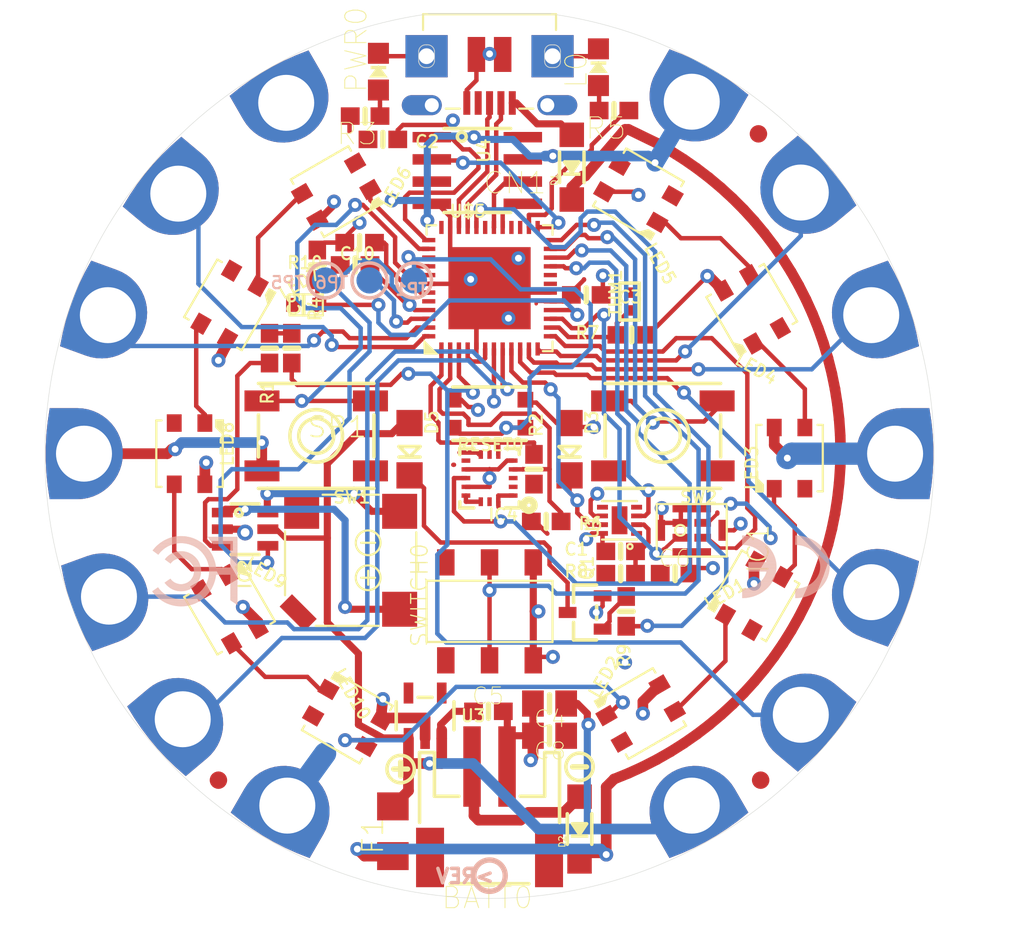
<source format=kicad_pcb>
(kicad_pcb (version 20211014) (generator pcbnew)
  (layers (0 "F.Cu" signal) (1 "In1.Cu" signal) (2 "In2.Cu" signal) (3 "In3.Cu" signal) (4 "In4.Cu" signal) (5 "In5.Cu" signal) (6 "In6.Cu" signal) (7 "In7.Cu" signal) (8 "In8.Cu" signal) (9 "In9.Cu" signal) (10 "In10.Cu" signal) (11 "In11.Cu" signal) (12 "In12.Cu" signal) (13 "In13.Cu" signal) (14 "In14.Cu" signal) (31 "B.Cu" signal) (34 "B.Paste" user) (35 "F.Paste" user) (36 "B.SilkS" user "B.Silkscreen") (37 "F.SilkS" user "F.Silkscreen") (38 "B.Mask" user) (39 "F.Mask" user) (44 "Edge.Cuts" user))
  (net 0 "")
  (net 1 "GND")
  (net 2 "+5V")
  (net 3 "N$1")
  (net 4 "D+")
  (net 5 "VCC")
  (net 6 "N$7")
  (net 7 "D34_FLASH_MOSI")
  (net 8 "D13_LED")
  (net 9 "N$14")
  (net 10 "N$16")
  (net 11 "N$17")
  (net 12 "N$18")
  (net 13 "N$19")
  (net 14 "N$20")
  (net 15 "3.3V")
  (net 16 "N$11")
  (net 17 "N$12")
  (net 18 "D4_LEFTBUTTON")
  (net 19 "N$10")
  (net 20 "N$13")
  (net 21 "D12_A0_SPEAKER")
  (net 22 "D-")
  (net 23 "D6_A1")
  (net 24 "D3_A4_SCL")
  (net 25 "D2_A5_SDA")
  (net 26 "D33_FLASH_SCK")
  (net 27 "~{RESET}")
  (net 28 "SWCLK/SPK_SD")
  (net 29 "SWDIO")
  (net 30 "1.2V")
  (net 31 "D8_NEOPIX")
  (net 32 "D32_FLASH_MISO")
  (net 33 "A9_TEMP_SENSE")
  (net 34 "D35_FLASH_CS")
  (net 35 "N$3")
  (net 36 "LIS_SCL")
  (net 37 "LIS_SDA")
  (net 38 "D29_REMOTEOUT")
  (net 39 "D1_A7_TX")
  (net 40 "D0_A6_RX")
  (net 41 "A8_LIGHT")
  (net 42 "D7_SLIDESWITCH")
  (net 43 "D5_RIGHTBUTTON")
  (net 44 "D36_LISIRQ")
  (net 45 "I2S_SCK")
  (net 46 "I2S_DO")
  (net 47 "N$2")
  (net 48 "REMOTEIN")
  (net 49 "IR_ANALOGIN")
  (net 50 "N$6")
  (net 51 "N$8")
  (net 52 "N$9")
  (net 53 "N$15")
  (net 54 "N$5")
  (net 55 "N$21")
  (net 56 "D9_A2")
  (net 57 "D10_A3")
  (footprint "boardEagle:LED3535" (layer "F.Cu") (at 133.6421 96.35708 -120)
    (fp_text reference "LED7")
    (fp_text value "WS2812B3535")
  )
  (footprint "boardEagle:SEWALLI" (layer "F.Cu") (at 131.3561 119.72508 130)
    (fp_text reference "TX0" hide)
    (fp_text value "SEWTAP-ALLIGATOR" hide)
  )
  (footprint "boardEagle:R1206" (layer "F.Cu") (at 142.9766 126.45608 90)
    (fp_text reference "F1")
    (fp_text value "6V+ 500mA")
  )
  (footprint "boardEagle:JSTPH2" (layer "F.Cu") (at 148.5011 126.45608 180)
    (fp_text reference "BATT0")
    (fp_text value "3-6VDC")
  )
  (footprint "boardEagle:0603-NO" (layer "F.Cu") (at 137.1981 98.83358 90)
    (fp_text reference "C9")
    (fp_text value "0.1uF")
  )
  (footprint "boardEagle:0603-NO" (layer "F.Cu") (at 155.6131 85.24458 180)
    (fp_text reference "R5")
    (fp_text value "1K")
  )
  (footprint "boardEagle:_0402" (layer "F.Cu") (at 156.5021 96.16658 90)
    (fp_text reference "THM1")
    (fp_text value "THERM")
  )
  (footprint "boardEagle:SOD-123" (layer "F.Cu") (at 153.6446 126.32908 90)
    (fp_text reference "D2")
    (fp_text value "MBR120")
  )
  (footprint "boardEagle:FIDUCIAL_1MM" (layer "F.Cu") (at 133.0071 123.53508)
    (fp_text reference "U$3" hide)
    (fp_text value "FIDUCIAL_1MM" hide)
  )
  (footprint "boardEagle:BTN_KMR2_4.6X2.8" (layer "F.Cu") (at 148.5011 102.58008 180)
    (fp_text reference "RESET0")
    (fp_text value "KMR2")
  )
  (footprint "boardEagle:SEWALLI" (layer "F.Cu") (at 159.8041 85.18108 -30)
    (fp_text reference "UNK3V3TAP2" hide)
    (fp_text value "SEWTAP-ALLIGATOR" hide)
  )
  (footprint "boardEagle:0603-NO" (layer "F.Cu") (at 155.9941 110.45408 180)
    (fp_text reference "C1")
    (fp_text value "1uF")
  )
  (footprint "boardEagle:0603-NO" (layer "F.Cu") (at 156.6291 98.07158 180)
    (fp_text reference "R7")
    (fp_text value "10K")
  )
  (footprint "boardEagle:SEWALLI" (layer "F.Cu") (at 127.1651 97.11908 70)
    (fp_text reference "SDA0" hide)
    (fp_text value "SEWTAP-ALLIGATOR" hide)
  )
  (footprint "boardEagle:CHIPLED_1206_NOOUTLINE" (layer "F.Cu") (at 143.9291 104.61208 180)
    (fp_text reference "D5")
    (fp_text value "IR TX")
  )
  (footprint "boardEagle:SEWALLI" (layer "F.Cu") (at 171.1706 104.86608 -90)
    (fp_text reference "GNDTAP0" hide)
    (fp_text value "SEWTAP-ALLIGATOR" hide)
  )
  (footprint "boardEagle:SEWALLI" (layer "F.Cu") (at 131.1021 90.32458 50)
    (fp_text reference "SCL0" hide)
    (fp_text value "SEWTAP-ALLIGATOR" hide)
  )
  (footprint "boardEagle:VSOP383" (layer "F.Cu") (at 155.9306 108.67608 90)
    (fp_text reference "U1")
    (fp_text value "VSOP383")
  )
  (footprint "boardEagle:ALS-PT19-315C" (layer "F.Cu") (at 138.0236 96.35708)
    (fp_text reference "U2" hide)
    (fp_text value "ALS-PT19-315C" hide)
  )
  (footprint "boardEagle:SEWALLI" (layer "F.Cu") (at 169.8371 112.61308 -110)
    (fp_text reference "D6" hide)
    (fp_text value "SEWTAP-ALLIGATOR" hide)
  )
  (footprint "boardEagle:FIDUCIAL_1MM" (layer "F.Cu") (at 163.9951 123.53508)
    (fp_text reference "U$6" hide)
    (fp_text value "FIDUCIAL_1MM" hide)
  )
  (footprint "boardEagle:0603-NO" (layer "F.Cu") (at 148.4376 119.59808)
    (fp_text reference "C5")
    (fp_text value "1uF")
  )
  (footprint "boardEagle:0603-NO" (layer "F.Cu") (at 159.1056 111.72408)
    (fp_text reference "C6")
    (fp_text value "1uF")
  )
  (footprint "boardEagle:SEWALLI" (layer "F.Cu") (at 137.1346 85.24458 30)
    (fp_text reference "GND3TAP0" hide)
    (fp_text value "SEWTAP-ALLIGATOR" hide)
  )
  (footprint "boardEagle:0603-NO" (layer "F.Cu") (at 140.8176 94.07108 180)
    (fp_text reference "R10")
    (fp_text value "10K")
  )
  (footprint "boardEagle:0603-NO" (layer "F.Cu") (at 138.6586 94.07108 -90)
    (fp_text reference "R4")
    (fp_text value "10K")
  )
  (footprint "boardEagle:LED3535" (layer "F.Cu") (at 140.3731 119.97908 -30)
    (fp_text reference "LED10")
    (fp_text value "WS2812B3535")
  )
  (footprint "boardEagle:SOT23-6" (layer "F.Cu") (at 134.5311 109.18408 -90)
    (fp_text reference "IC2")
    (fp_text value "PAM8301")
  )
  (footprint "boardEagle:CHIPLED_1206_NOOUTLINE" (layer "F.Cu") (at 153.0731 104.61208 180)
    (fp_text reference "D3")
    (fp_text value "PIN IR")
  )
  (footprint "boardEagle:BUZZER_SMT_7.5MM" (layer "F.Cu") (at 140.5636 110.96208)
    (fp_text reference "SP1")
    (fp_text value "7.5mm SPK")
  )
  (footprint "boardEagle:SEWALLI" (layer "F.Cu") (at 169.8371 97.11908 -70)
    (fp_text reference "IO9" hide)
    (fp_text value "SEWTAP-ALLIGATOR" hide)
  )
  (footprint "boardEagle:LED3535" (layer "F.Cu") (at 163.4871 96.61108 120)
    (fp_text reference "LED4")
    (fp_text value "WS2812B3535")
  )
  (footprint "boardEagle:4UCONN_20329_V2" (layer "F.Cu") (at 148.5011 84.03808 180)
    (fp_text reference "CN1")
    (fp_text value "MicroB USB")
    (fp_line (start -3.5 2.55) (end -3.7 2.55) (layer "Edge.Cuts") (width 0.05))
    (fp_line (start -3.7 1.25) (end -3.5 1.25) (layer "Edge.Cuts") (width 0.05))
    (fp_line (start 3.15 2.2) (end 3.15 1.6) (layer "Edge.Cuts") (width 0.05))
    (fp_line (start -4.05 2.15) (end -4.05 1.6) (layer "Edge.Cuts") (width 0.05))
    (fp_line (start 4.05 1.6) (end 4.05 2.2) (layer "Edge.Cuts") (width 0.05))
    (fp_line (start -3.15 1.6) (end -3.15 2.15) (layer "Edge.Cuts") (width 0.05))
    (fp_arc (start 3.15 1.6) (mid 3.302513 1.331802) (end 3.6 1.25) (layer "Edge.Cuts") (width 0.05))
    (fp_arc (start 3.6 2.55) (mid 3.302513 2.468198) (end 3.15 2.2) (layer "Edge.Cuts") (width 0.05))
    (fp_arc (start 4.05 2.2) (mid 3.897487 2.468198) (end 3.6 2.55) (layer "Edge.Cuts") (width 0.05))
    (fp_arc (start -3.7 2.55) (mid -3.957843 2.422487) (end -4.05 2.15) (layer "Edge.Cuts") (width 0.05))
    (fp_arc (start -4.05 1.6) (mid -3.947487 1.352513) (end -3.7 1.25) (layer "Edge.Cuts") (width 0.05))
    (fp_arc (start 3.6 1.25) (mid 3.897487 1.331802) (end 4.05 1.6) (layer "Edge.Cuts") (width 0.05))
    (fp_arc (start -3.15 2.15) (mid -3.242157 2.422487) (end -3.5 2.55) (layer "Edge.Cuts") (width 0.05))
    (fp_arc (start -3.5 1.25) (mid -3.252513 1.352513) (end -3.15 1.6) (layer "Edge.Cuts") (width 0.05))
  )
  (footprint "boardEagle:0603-NO" (layer "F.Cu") (at 156.3116 113.88308 -90)
    (fp_text reference "R9")
    (fp_text value "100")
  )
  (footprint "boardEagle:0603-NO" (layer "F.Cu") (at 154.0256 95.78558)
    (fp_text reference "C3")
    (fp_text value "1uF")
  )
  (footprint "boardEagle:SEWALLI" (layer "F.Cu") (at 165.9001 119.47108 -130)
    (fp_text reference "IO12" hide)
    (fp_text value "SEWTAP-ALLIGATOR" hide)
  )
  (footprint "boardEagle:SEWALLI" (layer "F.Cu") (at 137.1981 124.55108 150)
    (fp_text reference "GNDTAP2" hide)
    (fp_text value "SEWTAP-ALLIGATOR" hide)
  )
  (footprint "boardEagle:LGA16_3X3MM" (layer "F.Cu") (at 148.5011 106.26308 180)
    (fp_text reference "IC4")
    (fp_text value "LIS3DH")
  )
  (footprint "boardEagle:SYMBOL_MINUS" (layer "F.Cu") (at 153.6446 122.77308)
    (fp_text reference "U$1" hide)
    (fp_text value "" hide)
  )
  (footprint "boardEagle:0805-NO" (layer "F.Cu") (at 151.9301 120.99508 180)
    (fp_text reference "C8")
    (fp_text value "10uF")
  )
  (footprint "boardEagle:LED3535" (layer "F.Cu") (at 165.6461 105.12008 90)
    (fp_text reference "LED3")
    (fp_text value "WS2812B3535")
  )
  (footprint "boardEagle:LED3535" (layer "F.Cu") (at 139.7381 89.88008 -150)
    (fp_text reference "LED6")
    (fp_text value "WS2812B3535")
  )
  (footprint "boardEagle:EVQ-Q2_SMALLER" (layer "F.Cu") (at 138.5951 103.85008 180)
    (fp_text reference "SW1")
    (fp_text value "EVQQ")
  )
  (footprint "boardEagle:SOD-123" (layer "F.Cu") (at 153.2001 88.48308 90)
    (fp_text reference "D1")
    (fp_text value "MBR120")
  )
  (footprint "boardEagle:EG1390" (layer "F.Cu") (at 148.5011 113.88308)
    (fp_text reference "SWITCH0")
    (fp_text value "EG1390")
  )
  (footprint "boardEagle:LED3535" (layer "F.Cu") (at 133.6421 113.75608 -60)
    (fp_text reference "LED9")
    (fp_text value "WS2812B3535")
  )
  (footprint "boardEagle:LED3535" (layer "F.Cu") (at 131.3561 104.86608 -90)
    (fp_text reference "LED8")
    (fp_text value "WS2812B3535")
  )
  (footprint "boardEagle:0603-NO" (layer "F.Cu") (at 135.9281 98.83358 -90)
    (fp_text reference "R1")
    (fp_text value "47K")
  )
  (footprint "boardEagle:EVQ-Q2_SMALLER" (layer "F.Cu") (at 158.4071 103.85008 180)
    (fp_text reference "SW2")
    (fp_text value "EVQQ")
  )
  (footprint "boardEagle:0603-NO" (layer "F.Cu") (at 151.7396 108.73958)
    (fp_text reference "R6")
    (fp_text value "10k")
  )
  (footprint "boardEagle:SEWALLI" (layer "F.Cu") (at 159.8041 124.55108 -150)
    (fp_text reference "VCC2" hide)
    (fp_text value "SEWTAP-ALLIGATOR" hide)
  )
  (footprint "boardEagle:LED3535" (layer "F.Cu") (at 157.1371 119.72508 30)
    (fp_text reference "LED2")
    (fp_text value "WS2812B3535")
  )
  (footprint "boardEagle:FIDUCIAL_1MM" (layer "F.Cu") (at 163.8681 86.57808)
    (fp_text reference "U$2" hide)
    (fp_text value "FIDUCIAL_1MM" hide)
  )
  (footprint "boardEagle:0603-NO" (layer "F.Cu") (at 151.0411 105.75508 90)
    (fp_text reference "R2")
    (fp_text value "10k")
  )
  (footprint "boardEagle:0603-NO" (layer "F.Cu") (at 141.3891 85.56208 180)
    (fp_text reference "R3")
    (fp_text value "1K")
  )
  (footprint "boardEagle:SYMBOL_PLUS" (layer "F.Cu") (at 143.4211 122.90008)
    (fp_text reference "U$35" hide)
    (fp_text value "" hide)
  )
  (footprint "boardEagle:SEWALLI" (layer "F.Cu") (at 165.9001 90.26108 -50)
    (fp_text reference "IO10" hide)
    (fp_text value "SEWTAP-ALLIGATOR" hide)
  )
  (footprint "boardEagle:SOT23-R" (layer "F.Cu") (at 153.9621 113.94658 90)
    (fp_text reference "Q1")
    (fp_text value "mmbt2222")
  )
  (footprint "boardEagle:SEWALLI" (layer "F.Cu") (at 125.8316 104.86608 90)
    (fp_text reference "UNK3.3VTAP0" hide)
    (fp_text value "SEWTAP-ALLIGATOR" hide)
  )
  (footprint "boardEagle:SPK0415HM4H" (layer "F.Cu") (at 160.0581 109.24758 90)
    (fp_text reference "IC1")
    (fp_text value "MIC_PDM")
  )
  (footprint "boardEagle:0603-NO" (layer "F.Cu") (at 155.9941 111.72408 180)
    (fp_text reference "R8")
    (fp_text value "100")
  )
  (footprint "boardEagle:LED3535" (layer "F.Cu") (at 157.0101 90.00708 150)
    (fp_text reference "LED5")
    (fp_text value "WS2812B3535")
  )
  (footprint "boardEagle:CHIPLED_0805_NOOUTLINE" (layer "F.Cu") (at 154.7241 82.76808)
    (fp_text reference "L0")
    (fp_text value "RED")
  )
  (footprint "boardEagle:SEWALLI" (layer "F.Cu") (at 127.2286 112.86708 110)
    (fp_text reference "RX0" hide)
    (fp_text value "SEWTAP-ALLIGATOR" hide)
  )
  (footprint "boardEagle:SOT23-5" (layer "F.Cu") (at 144.8181 119.85208)
    (fp_text reference "U3")
    (fp_text value "AP2112K-3.3")
  )
  (footprint "boardEagle:TQFN48_7MM" (layer "F.Cu") (at 148.5011 95.40458)
    (fp_text reference "U$5")
    (fp_text value "ATSAMD21G18MU")
  )
  (footprint "boardEagle:CPLAY_EXPRESS_FRONT_REVG" (layer "F.Cu") (at 123.1011 130.26608)
    (fp_text reference "U$16" hide)
    (fp_text value "" hide)
  )
  (footprint "boardEagle:SOIC8_150MIL" (layer "F.Cu") (at 147.8026 88.67358 -90)
    (fp_text reference "U4")
    (fp_text value "SPI FLASH")
  )
  (footprint "boardEagle:LED3535" (layer "F.Cu") (at 163.6141 112.99408 60)
    (fp_text reference "LED1")
    (fp_text value "WS2812B3535")
  )
  (footprint "boardEagle:CHIPLED_0805_NOOUTLINE" (layer "F.Cu") (at 142.1511 83.02208)
    (fp_text reference "PWR0")
    (fp_text value "GREEN")
  )
  (footprint "boardEagle:0805-NO" (layer "F.Cu") (at 151.9301 119.15358 180)
    (fp_text reference "C4")
    (fp_text value "10uF")
  )
  (footprint "boardEagle:0603-NO" (layer "F.Cu") (at 142.4051 86.89558)
    (fp_text reference "C2")
    (fp_text value "1uF")
  )
  (footprint "boardEagle:0603-NO" (layer "F.Cu") (at 141.076116 92.796568 180)
    (fp_text reference "C10")
    (fp_text value "1uF")
  )
  (footprint "boardEagle:TESTPOINT_ROUND_1.5MM" (layer "B.Cu") (at 144.1831 94.96008 180)
    (fp_text reference "TP1")
    (fp_text value "")
  )
  (footprint "boardEagle:TESTPOINT_ROUND_1.5MM" (layer "B.Cu") (at 139.1031 94.96008 180)
    (fp_text reference "TP5")
    (fp_text value "")
  )
  (footprint "boardEagle:FLORAMED" (layer "B.Cu") (at 160.1851 102.96108 180)
    (fp_text reference "U$4" hide)
    (fp_text value "" hide)
  )
  (footprint "boardEagle:SYMBOL_FCC_5MM" (layer "B.Cu") (at 134.1501 113.62908 180)
    (fp_text reference "U$33" hide)
    (fp_text value "" hide)
  )
  (footprint "boardEagle:SYMBOL_CE_5MM" (layer "B.Cu") (at 167.9321 113.12108 180)
    (fp_text reference "U$34" hide)
    (fp_text value "" hide)
  )
  (footprint "boardEagle:PCBFEAT-REV-040" (layer "B.Cu") (at 148.5011 128.99608 180)
    (fp_text reference "U$7" hide)
    (fp_text value "" hide)
  )
  (footprint "boardEagle:TESTPOINT_ROUND_1.5MM" (layer "B.Cu") (at 141.6431 94.96008 180)
    (fp_text reference "TP6")
    (fp_text value "")
  )
  (footprint "boardEagle:CPLAY_EXPRESS_BACK_REVD" (layer "B.Cu") (at 173.9011 130.26608 180)
    (fp_text reference "U$46" hide)
    (fp_text value "" hide)
  )
  (gr_arc (start 151.9936 79.72008) (mid 148.5011 130.299419) (end 145.0086 79.72008) (layer "Edge.Cuts") (width 0.0254))
  (gr_line (start 145.0086 79.72008) (end 151.9936 79.72008) (layer "Edge.Cuts") (width 0.05))
  (segment (start 142.1511 81.97208) (end 142.17334 82.05508) (width 0.254) (layer "F.Cu") (net 1))
  (segment (start 159.9556 111.72408) (end 160.2731 111.40658) (width 0.254) (layer "F.Cu") (net 1))
  (segment (start 149.2511 82.03808) (end 149.2191 82.00608) (width 0.254) (layer "F.Cu") (net 1))
  (segment (start 143.5481 86.07008) (end 143.2551 86.36308) (width 0.254) (layer "F.Cu") (net 1))
  (segment (start 151.0011 111.08308) (end 151.0011 113.88308) (width 0.4064) (layer "F.Cu") (net 1))
  (segment (start 160.0581 110.49758) (end 159.9556 110.60008) (width 0.254) (layer "F.Cu") (net 1))
  (segment (start 144.8181 119.97908) (end 144.8181 121.15218) (width 0.6096) (layer "F.Cu") (net 1))
  (segment (start 136.8171 124.86402) (end 136.9441 124.99102) (width 1.27) (layer "F.Cu") (net 1))
  (segment (start 160.7566 94.76958) (end 160.8836 94.76958) (width 0.254) (layer "F.Cu") (net 1))
  (segment (start 132.2311 106.61608) (end 132.2311 106.70708) (width 0.4064) (layer "F.Cu") (net 1))
  (segment (start 138.660057 91.512855) (end 138.740325 91.512855) (width 0.6096) (layer "F.Cu") (net 1))
  (segment (start 160.2731 111.40658) (end 161.2646 111.40658) (width 0.254) (layer "F.Cu") (net 1))
  (segment (start 148.7511 95.65458) (end 151.9761 95.65458) (width 0.254) (layer "F.Cu") (net 1))
  (segment (start 134.3406 109.18408) (end 134.5311 109.37458) (width 0.4064) (layer "F.Cu") (net 1))
  (segment (start 149.5171 121.88408) (end 149.5011 121.90008) (width 0.4064) (layer "F.Cu") (net 1))
  (segment (start 160.0581 107.99758) (end 159.4331 107.99758) (width 0.254) (layer "F.Cu") (net 1))
  (segment (start 142.17334 82.05508) (end 142.2341 82.11584) (width 0.254) (layer "F.Cu") (net 1))
  (segment (start 142.1511 81.97208) (end 142.1511 81.97208) (width 0.254) (layer "F.Cu") (net 1))
  (segment (start 142.326147 120.096305) (end 142.335922 119.53458) (width 0.6096) (layer "F.Cu") (net 1))
  (segment (start 153.0731 103.11608) (end 153.2991 103.34208) (width 0.254) (layer "F.Cu") (net 1))
  (segment (start 142.335922 119.53458) (end 142.4051 118.89958) (width 0.6096) (layer "F.Cu") (net 1))
  (segment (start 158.3081 109.24758) (end 158.3081 108.82258) (width 0.254) (layer "F.Cu") (net 1))
  (segment (start 151.1976 116.48658) (end 152.1206 116.48658) (width 0.254) (layer "F.Cu") (net 1))
  (segment (start 132.2311 105.37408) (end 132.3086 105.37408) (width 0.6096) (layer "F.Cu") (net 1))
  (segment (start 154.3551 109.42608) (end 154.0256 109.75558) (width 0.254) (layer "F.Cu") (net 1))
  (segment (start 149.5011 122.75608) (end 149.5181 122.77308) (width 0.254) (layer "F.Cu") (net 1))
  (segment (start 161.027368 94.70608) (end 160.9471 94.70608) (width 0.6096) (layer "F.Cu") (net 1))
  (segment (start 146.5961 93.94408) (end 146.8501 93.94408) (width 0.254) (layer "F.Cu") (net 1))
  (segment (start 154.2796 108.23158) (end 154.2796 107.53308) (width 0.254) (layer "F.Cu") (net 1))
  (segment (start 143.4846 87.12508) (end 143.2551 86.89558) (width 0.254) (layer "F.Cu") (net 1))
  (segment (start 147.2011 84.06808) (end 147.2011 84.81308) (width 0.254) (layer "F.Cu") (net 1))
  (segment (start 133.524875 98.525855) (end 133.0071 99.53208) (width 0.6096) (layer "F.Cu") (net 1))
  (segment (start 143.2551 86.36308) (end 143.2551 86.89558) (width 0.254) (layer "F.Cu") (net 1))
  (segment (start 140.226116 92.796568) (end 140.226116 92.503565) (width 0.254) (layer "F.Cu") (net 1))
  (segment (start 147.7511 83.51808) (end 147.7511 82.03808) (width 0.254) (layer "F.Cu") (net 1))
  (segment (start 163.6141 111.041033) (end 163.6141 112.29558) (width 0.6096) (layer "F.Cu") (net 1))
  (segment (start 142.443372 119.97908) (end 144.8181 119.97908) (width 0.6096) (layer "F.Cu") (net 1))
  (segment (start 146.2511 91.31308) (end 145.5166 90.57858) (width 0.254) (layer "F.Cu") (net 1))
  (segment (start 154.4741 108.42608) (end 154.2796 108.23158) (width 0.254) (layer "F.Cu") (net 1))
  (segment (start 142.326147 120.096305) (end 142.443372 119.97908) (width 0.6096) (layer "F.Cu") (net 1))
  (segment (start 147.6756 102.19908) (end 147.8407 102.36418) (width 0.254) (layer "F.Cu") (net 1))
  (segment (start 156.829375 89.889855) (end 157.0101 90.07058) (width 0.254) (layer "F.Cu") (net 1))
  (segment (start 142.2341 82.11584) (end 142.3171 82.13808) (width 0.254) (layer "F.Cu") (net 1))
  (segment (start 147.6796 95.15458) (end 147.4216 94.89658) (width 0.254) (layer "F.Cu") (net 1))
  (segment (start 158.3081 108.82258) (end 159.4331 108.82258) (width 0.254) (layer "F.Cu") (net 1))
  (segment (start 157.4791 98.07158) (end 157.5816 98.07158) (width 0.254) (layer "F.Cu") (net 1))
  (segment (start 151.1681 101.94508) (end 152.3391 103.11608) (width 0.254) (layer "F.Cu") (net 1))
  (segment (start 148.7511 96.28958) (end 148.6956 96.34508) (width 0.254) (layer "F.Cu") (net 1))
  (segment (start 147.2946 102.19908) (end 147.6756 102.19908) (width 0.254) (layer "F.Cu") (net 1))
  (segment (start 133.524875 98.310127) (end 133.5151 98.319902) (width 0.254) (layer "F.Cu") (net 1))
  (segment (start 151.0011 116.68308) (end 151.0011 113.88308) (width 0.4064) (layer "F.Cu") (net 1))
  (segment (start 133.524875 98.310127) (end 133.524875 98.525855) (width 0.254) (layer "F.Cu") (net 1))
  (segment (start 146.2511 91.92958) (end 146.2511 91.31308) (width 0.254) (layer "F.Cu") (net 1))
  (segment (start 164.7711 103.37008) (end 164.7711 104.37208) (width 0.6096) (layer "F.Cu") (net 1))
  (segment (start 149.5011 121.90008) (end 149.5011 122.75608) (width 0.4064) (layer "F.Cu") (net 1))
  (segment (start 142.3171 82.13808) (end 144.9011 82.13808) (width 0.254) (layer "F.Cu") (net 1))
  (segment (start 150.5511 101.78008) (end 150.8186 102.04758) (width 0.254) (layer "F.Cu") (net 1))
  (segment (start 151.0011 113.88308) (end 151.2951 113.88308) (width 0.4064) (layer "F.Cu") (net 1))
  (segment (start 149.5171 120.99508) (end 149.5171 121.88408) (width 0.4064) (layer "F.Cu") (net 1))
  (segment (start 154.9781 94.68068) (end 154.9781 95.68308) (width 0.254) (layer "F.Cu") (net 1))
  (segment (start 146.8501 93.94408) (end 147.4216 94.51558) (width 0.254) (layer "F.Cu") (net 1))
  (segment (start 163.731325 111.041033) (end 163.6141 111.041033) (width 0.6096) (layer "F.Cu") (net 1))
  (segment (start 147.7511 82.03808) (end 149.2511 82.03808) (width 0.254) (layer "F.Cu") (net 1))
  (segment (start 139.083113 92.796568) (end 140.226116 92.796568) (width 0.254) (layer "F.Cu") (net 1))
  (segment (start 154.9556 109.42608) (end 154.9556 110.26558) (width 0.254) (layer "F.Cu") (net 1))
  (segment (start 148.5011 95.40458) (end 148.7511 95.65458) (width 0.254) (layer "F.Cu") (net 1))
  (segment (start 154.3041 82.13808) (end 152.1011 82.13808) (width 0.254) (layer "F.Cu") (net 1))
  (segment (start 157.2641 119.043348) (end 157.2641 119.72508) (width 0.6096) (layer "F.Cu") (net 1))
  (segment (start 155.057053 89.889855) (end 156.829375 89.889855) (width 0.254) (layer "F.Cu") (net 1))
  (segment (start 147.7511 83.51808) (end 147.2011 84.06808) (width 0.254) (layer "F.Cu") (net 1))
  (segment (start 149.5171 119.82758) (end 149.5171 120.99508) (width 0.4064) (layer "F.Cu") (net 1))
  (segment (start 138.6586 93.22108) (end 139.083113 92.796568) (width 0.254) (layer "F.Cu") (net 1))
  (segment (start 154.9621 113.58158) (end 154.5971 113.94658) (width 0.254) (layer "F.Cu") (net 1))
  (segment (start 151.0011 116.68308) (end 151.1976 116.48658) (width 0.254) (layer "F.Cu") (net 1))
  (segment (start 149.8511 105.26308) (end 149.5011 105.26308) (width 0.254) (layer "F.Cu") (net 1))
  (segment (start 148.5011 106.26308) (end 148.5011 105.75508) (width 0.254) (layer "F.Cu") (net 1))
  (segment (start 154.2796 107.53308) (end 154.6606 107.15208) (width 0.254) (layer "F.Cu") (net 1))
  (segment (start 155.0171 110.32708) (end 155.1441 110.45408) (width 0.254) (layer "F.Cu") (net 1))
  (segment (start 149.2191 82.00608) (end 148.5011 82.00608) (width 0.254) (layer "F.Cu") (net 1))
  (segment (start 154.9556 110.26558) (end 155.1441 110.45408) (width 0.254) (layer "F.Cu") (net 1))
  (segment (start 150.9801 122.26258) (end 150.9801 120.99508) (width 0.6096) (layer "F.Cu") (net 1))
  (segment (start 154.7241 81.71808) (end 154.3041 82.13808) (width 0.254) (layer "F.Cu") (net 1))
  (segment (start 159.9556 110.60008) (end 159.9556 111.72408) (width 0.254) (layer "F.Cu") (net 1))
  (segment (start 150.8506 122.39208) (end 150.9801 122.26258) (width 0.6096) (layer "F.Cu") (net 1))
  (segment (start 151.0011 110.76558) (end 151.0011 111.08308) (width 0.254) (layer "F.Cu") (net 1))
  (segment (start 158.3081 109.24758) (end 158.3081 108.01308) (width 0.254) (layer "F.Cu") (net 1))
  (segment (start 162.4711 109.24758) (end 162.8521 108.86658) (width 0.254) (layer "F.Cu") (net 1))
  (segment (start 161.854325 95.533037) (end 161.027368 94.70608) (width 0.6096) (layer "F.Cu") (net 1))
  (segment (start 153.2991 103.34208) (end 154.4701 103.34208) (width 0.254) (layer "F.Cu") (net 1))
  (segment (start 148.5011 105.75508) (end 148.4931 105.76308) (width 0.254) (layer "F.Cu") (net 1))
  (segment (start 146.4056 85.81608) (end 146.3421 85.81608) (width 0.254) (layer "F.Cu") (net 1))
  (segment (start 148.7511 96.28958) (end 149.5806 97.11908) (width 0.254) (layer "F.Cu") (net 1))
  (segment (start 132.2671 106.61608) (end 132.2311 106.61608) (width 0.4064) (layer "F.Cu") (net 1))
  (segment (start 143.4846 86.64158) (end 143.4846 87.12508) (width 0.254) (layer "F.Cu") (net 1))
  (segment (start 145.0261 95.15458) (end 147.6796 95.15458) (width 0.254) (layer "F.Cu") (net 1))
  (segment (start 146.8756 101.78008) (end 147.2946 102.19908) (width 0.254) (layer "F.Cu") (net 1))
  (segment (start 149.2876 119.59808) (end 149.5171 119.82758) (width 0.4064) (layer "F.Cu") (net 1))
  (segment (start 149.5181 122.77308) (end 149.7711 122.77308) (width 0.254) (layer "F.Cu") (net 1))
  (segment (start 148.7511 95.65458) (end 148.7511 96.28958) (width 0.254) (layer "F.Cu") (net 1))
  (segment (start 152.3391 103.11608) (end 153.0731 103.11608) (width 0.254) (layer "F.Cu") (net 1))
  (segment (start 154.9556 109.42608) (end 154.3551 109.42608) (width 0.254) (layer "F.Cu") (net 1))
  (segment (start 148.2511 95.15458) (end 147.6796 95.15458) (width 0.254) (layer "F.Cu") (net 1))
  (segment (start 159.4331 107.99758) (end 159.4331 108.82258) (width 0.254) (layer "F.Cu") (net 1))
  (segment (start 150.9211 101.94508) (end 151.1681 101.94508) (width 0.254) (layer "F.Cu") (net 1))
  (segment (start 146.0881 86.07008) (end 143.5481 86.07008) (width 0.254) (layer "F.Cu") (net 1))
  (segment (start 147.4216 94.51558) (end 147.4216 94.89658) (width 0.254) (layer "F.Cu") (net 1))
  (segment (start 154.9556 108.42608) (end 154.4741 108.42608) (width 0.254) (layer "F.Cu") (net 1))
  (segment (start 147.7511 98.87958) (end 147.7511 96.34508) (width 0.254) (layer "F.Cu") (net 1))
  (segment (start 157.5816 98.07158) (end 160.9471 94.70608) (width 0.254) (layer "F.Cu") (net 1))
  (segment (start 139.6111 90.64208) (end 139.6111 90.45158) (width 0.4064) (layer "F.Cu") (net 1))
  (segment (start 145.5166 90.57858) (end 145.2026 90.57858) (width 0.254) (layer "F.Cu") (net 1))
  (segment (start 161.8081 109.24758) (end 162.4711 109.24758) (width 0.254) (layer "F.Cu") (net 1))
  (segment (start 148.5011 106.76308) (end 148.5011 106.26308) (width 0.254) (layer "F.Cu") (net 1))
  (segment (start 160.8836 94.76958) (end 160.9471 94.70608) (width 0.254) (layer "F.Cu") (net 1))
  (segment (start 138.740325 91.512855) (end 139.6111 90.64208) (width 0.4064) (layer "F.Cu") (net 1))
  (segment (start 149.7541 122.75608) (end 149.7711 122.77308) (width 0.4064) (layer "F.Cu") (net 1))
  (segment (start 146.2511 93.59908) (end 146.5961 93.94408) (width 0.254) (layer "F.Cu") (net 1))
  (segment (start 150.9801 119.15358) (end 150.9801 120.99508) (width 0.4064) (layer "F.Cu") (net 1))
  (segment (start 158.3081 108.01308) (end 158.3436 107.97758) (width 0.254) (layer "F.Cu") (net 1))
  (segment (start 140.226116 92.503565) (end 141.0716 91.65808) (width 0.254) (layer "F.Cu") (net 1))
  (segment (start 154.9621 112.99658) (end 154.9621 113.58158) (width 0.254) (layer "F.Cu") (net 1))
  (segment (start 147.7511 97.11908) (end 149.5806 97.11908) (width 0.254) (layer "F.Cu") (net 1))
  (segment (start 149.5011 105.26308) (end 149.0011 105.76308) (width 0.254) (layer "F.Cu") (net 1))
  (segment (start 164.7711 104.37208) (end 165.5191 105.12008) (width 0.6096) (layer "F.Cu") (net 1))
  (segment (start 147.1511 106.76308) (end 148.5011 106.76308) (width 0.254) (layer "F.Cu") (net 1))
  (segment (start 150.8186 102.04758) (end 150.9211 101.94508) (width 0.254) (layer "F.Cu") (net 1))
  (segment (start 148.4931 105.76308) (end 147.1511 105.76308) (width 0.254) (layer "F.Cu") (net 1))
  (segment (start 149.5171 120.99508) (end 150.9801 120.99508) (width 0.4064) (layer "F.Cu") (net 1))
  (segment (start 148.6956 96.34508) (end 147.7511 96.34508) (width 0.254) (layer "F.Cu") (net 1))
  (segment (start 135.274875 114.499855) (end 134.4041 113.62908) (width 0.6096) (layer "F.Cu") (net 1))
  (segment (start 148.2511 95.15458) (end 148.5011 95.40458) (width 0.254) (layer "F.Cu") (net 1))
  (segment (start 146.8756 101.78008) (end 146.4511 101.78008) (width 0.254) (layer "F.Cu") (net 1))
  (segment (start 158.215143 118.092305) (end 157.2641 119.043348) (width 0.6096) (layer "F.Cu") (net 1))
  (segment (start 136.8171 124.42408) (end 136.8171 124.86402) (width 0.254) (layer "F.Cu") (net 1))
  (segment (start 154.9781 95.68308) (end 154.8756 95.78558) (width 0.254) (layer "F.Cu") (net 1))
  (segment (start 146.2511 91.92958) (end 146.2511 93.59908) (width 0.254) (layer "F.Cu") (net 1))
  (segment (start 132.2311 106.61608) (end 132.2311 105.37408) (width 0.6096) (layer "F.Cu") (net 1))
  (segment (start 146.3421 85.81608) (end 146.0881 86.07008) (width 0.254) (layer "F.Cu") (net 1))
  (segment (start 149.0011 105.76308) (end 148.4931 105.76308) (width 0.254) (layer "F.Cu") (net 1))
  (segment (start 155.0191 110.32908) (end 155.1441 110.45408) (width 0.254) (layer "F.Cu") (net 1))
  (segment (start 133.2311 109.18408) (end 134.3406 109.18408) (width 0.4064) (layer "F.Cu") (net 1))
  (segment (start 135.274875 114.834123) (end 135.274875 114.499855) (width 0.6096) (layer "F.Cu") (net 1))
  (segment (start 147.7511 98.87958) (end 147.7511 97.11908) (width 0.254) (layer "F.Cu") (net 1))
  (via (at 154.0256 109.75558) (size 0.8001) (drill 0.3937) (layers "F.Cu" "B.Cu") (net 1))
  (via (at 160.9471 94.70608) (size 0.8001) (drill 0.3937) (layers "F.Cu" "B.Cu") (net 1))
  (via (at 162.8521 108.86658) (size 0.8001) (drill 0.3937) (layers "F.Cu" "B.Cu") (net 1))
  (via (at 134.4041 113.62908) (size 0.8001) (drill 0.3937) (layers "F.Cu" "B.Cu") (net 1))
  (via (at 165.5191 105.12008) (size 0.8001) (drill 0.3937) (layers "F.Cu" "B.Cu") (net 1))
  (via (at 133.0071 99.53208) (size 0.8001) (drill 0.3937) (layers "F.Cu" "B.Cu") (net 1))
  (via (at 146.4056 85.81608) (size 0.8001) (drill 0.3937) (layers "F.Cu" "B.Cu") (net 1))
  (via (at 154.4701 103.34208) (size 0.8001) (drill 0.3937) (layers "F.Cu" "B.Cu") (net 1))
  (via (at 151.2951 113.88308) (size 0.8001) (drill 0.3937) (layers "F.Cu" "B.Cu") (net 1))
  (via (at 158.3436 107.97758) (size 0.8001) (drill 0.3937) (layers "F.Cu" "B.Cu") (net 1))
  (via (at 147.4216 94.89658) (size 0.8001) (drill 0.3937) (layers "F.Cu" "B.Cu") (net 1))
  (via (at 134.5311 109.37458) (size 0.9064) (drill 0.5) (layers "F.Cu" "B.Cu") (net 1))
  (via (at 141.0716 91.65808) (size 0.8001) (drill 0.3937) (layers "F.Cu" "B.Cu") (net 1))
  (via (at 161.2646 111.40658) (size 0.8001) (drill 0.3937) (layers "F.Cu" "B.Cu") (net 1))
  (via (at 149.5806 97.11908) (size 0.8001) (drill 0.3937) (layers "F.Cu" "B.Cu") (net 1))
  (via (at 148.5011 82.00608) (size 0.8001) (drill 0.3937) (layers "F.Cu" "B.Cu") (net 1))
  (via (at 132.3086 105.37408) (size 0.8001) (drill 0.3937) (layers "F.Cu" "B.Cu") (net 1))
  (via (at 154.5971 113.94658) (size 0.8001) (drill 0.3937) (layers "F.Cu" "B.Cu") (net 1))
  (via (at 163.6141 112.29558) (size 0.8001) (drill 0.3937) (layers "F.Cu" "B.Cu") (net 1))
  (via (at 154.6606 107.15208) (size 0.8001) (drill 0.3937) (layers "F.Cu" "B.Cu") (net 1))
  (via (at 150.1521 93.69008) (size 0.8001) (drill 0.3937) (layers "F.Cu" "B.Cu") (net 1))
  (via (at 156.2481 116.80408) (size 0.8001) (drill 0.3937) (layers "F.Cu" "B.Cu") (net 1))
  (via (at 147.8407 102.36418) (size 0.8001) (drill 0.3937) (layers "F.Cu" "B.Cu") (net 1))
  (via (at 152.1206 116.48658) (size 0.8001) (drill 0.3937) (layers "F.Cu" "B.Cu") (net 1))
  (via (at 150.8506 122.39208) (size 0.8001) (drill 0.3937) (layers "F.Cu" "B.Cu") (net 1))
  (via (at 157.0101 90.07058) (size 0.8001) (drill 0.3937) (layers "F.Cu" "B.Cu") (net 1))
  (via (at 154.9781 94.68068) (size 0.8001) (drill 0.3937) (layers "F.Cu" "B.Cu") (net 1))
  (via (at 157.2641 119.72508) (size 0.8001) (drill 0.3937) (layers "F.Cu" "B.Cu") (net 1))
  (via (at 139.6111 90.45158) (size 0.8001) (drill 0.3937) (layers "F.Cu" "B.Cu") (net 1))
  (via (at 148.5011 106.26308) (size 0.8001) (drill 0.3937) (layers "F.Cu" "B.Cu") (net 1))
  (via (at 142.4051 118.89958) (size 0.8001) (drill 0.3937) (layers "F.Cu" "B.Cu") (net 1))
  (segment (start 156.7561 90.26108) (end 156.8831 90.26108) (width 0.254) (layer "B.Cu") (net 1))
  (segment (start 165.7731 104.86608) (end 165.5191 105.12008) (width 1.27) (layer "B.Cu") (net 1))
  (segment (start 163.6141 112.29558) (end 163.4871 112.29558) (width 0.254) (layer "B.Cu") (net 1))
  (segment (start 165.5191 105.12008) (end 165.5191 104.86608) (width 0.254) (layer "B.Cu") (net 1))
  (segment (start 136.9441 124.99102) (end 139.1031 122.01108) (width 1.27) (layer "B.Cu") (net 1))
  (segment (start 171.6786 104.86608) (end 165.7731 104.86608) (width 1.27) (layer "B.Cu") (net 1))
  (segment (start 165.5191 104.86608) (end 165.3921 104.73908) (width 0.254) (layer "B.Cu") (net 1))
  (segment (start 153.1916 86.63308) (end 153.2001 86.63308) (width 0.4064) (layer "F.Cu") (net 2))
  (segment (start 151.2231 86.00658) (end 152.5651 86.00658) (width 0.4064) (layer "F.Cu") (net 2))
  (segment (start 152.5651 86.00658) (end 153.1916 86.63308) (width 0.4064) (layer "F.Cu") (net 2))
  (segment (start 149.8011 84.81308) (end 150.0296 84.81308) (width 0.4064) (layer "F.Cu") (net 2))
  (segment (start 150.0296 84.81308) (end 151.2231 86.00658) (width 0.4064) (layer "F.Cu") (net 2))
  (segment (start 142.2391 84.16008) (end 142.2391 85.56208) (width 0.254) (layer "F.Cu") (net 3))
  (segment (start 142.1511 84.07208) (end 142.1511 84.07208) (width 0.254) (layer "F.Cu") (net 3))
  (segment (start 142.1511 84.07208) (end 142.2391 84.16008) (width 0.254) (layer "F.Cu") (net 3))
  (segment (start 148.5011 84.81308) (end 148.5011 85.62558) (width 0.254) (layer "F.Cu") (net 4))
  (segment (start 146.7511 90.36008) (end 146.7511 91.92958) (width 0.254) (layer "F.Cu") (net 4))
  (segment (start 148.5011 85.62558) (end 148.3741 85.75258) (width 0.254) (layer "F.Cu") (net 4))
  (segment (start 148.3741 85.75258) (end 148.3741 88.73708) (width 0.254) (layer "F.Cu") (net 4))
  (segment (start 148.3741 88.73708) (end 146.7511 90.36008) (width 0.254) (layer "F.Cu") (net 4))
  (segment (start 135.8311 109.18408) (end 136.3091 109.18408) (width 0.3048) (layer "F.Cu") (net 5))
  (segment (start 136.3091 109.18408) (end 136.8171 109.69208) (width 0.3048) (layer "F.Cu") (net 5))
  (segment (start 158.53204 126.77108) (end 160.0581 125.24502) (width 0.6096) (layer "F.Cu") (net 5))
  (segment (start 145.7681 122.58258) (end 145.7681 121.15218) (width 0.6096) (layer "F.Cu") (net 5))
  (segment (start 145.7071 121.09118) (end 145.7681 121.15218) (width 0.4064) (layer "F.Cu") (net 5))
  (segment (start 145.0721 122.58258) (end 143.8681 122.58258) (width 0.6096) (layer "F.Cu") (net 5))
  (segment (start 143.8681 124.14258) (end 143.8681 122.58258) (width 0.6096) (layer "F.Cu") (net 5))
  (segment (start 136.8171 109.69208) (end 139.2301 109.69208) (width 0.3048) (layer "F.Cu") (net 5))
  (segment (start 143.8681 122.58258) (end 143.8681 121.15218) (width 0.6096) (layer "F.Cu") (net 5))
  (segment (start 154.0891 120.29658) (end 154.1526 120.36008) (width 0.4064) (layer "F.Cu") (net 5))
  (segment (start 160.0581 125.24502) (end 160.0581 124.99102) (width 0.6096) (layer "F.Cu") (net 5))
  (segment (start 139.2301 114.51808) (end 141.0081 116.29608) (width 0.4064) (layer "F.Cu") (net 5))
  (segment (start 142.9766 125.03408) (end 143.8681 124.14258) (width 0.6096) (layer "F.Cu") (net 5))
  (segment (start 141.0081 116.29608) (end 141.0081 120.36008) (width 0.4064) (layer "F.Cu") (net 5))
  (segment (start 140.9446 103.72308) (end 139.2301 105.43758) (width 0.4064) (layer "F.Cu") (net 5))
  (segment (start 142.9131 103.72308) (end 140.9446 103.72308) (width 0.4064) (layer "F.Cu") (net 5))
  (segment (start 153.5176 119.15358) (end 154.0891 119.72508) (width 0.4064) (layer "F.Cu") (net 5))
  (segment (start 145.7071 120.36008) (end 145.7071 121.09118) (width 0.4064) (layer "F.Cu") (net 5))
  (segment (start 143.9291 103.11608) (end 143.9291 102.70708) (width 0.4064) (layer "F.Cu") (net 5))
  (segment (start 154.0891 119.72508) (end 154.0891 120.29658) (width 0.4064) (layer "F.Cu") (net 5))
  (segment (start 139.2301 109.69208) (end 139.2301 114.51808) (width 0.4064) (layer "F.Cu") (net 5))
  (segment (start 147.5876 119.59808) (end 146.4691 119.59808) (width 0.4064) (layer "F.Cu") (net 5))
  (segment (start 139.2301 105.43758) (end 139.2301 109.69208) (width 0.4064) (layer "F.Cu") (net 5))
  (segment (start 145.7681 121.15218) (end 145.7681 120.68008) (width 0.6096) (layer "F.Cu") (net 5))
  (segment (start 143.838 121.12208) (end 143.8681 121.15218) (width 0.4064) (layer "F.Cu") (net 5))
  (segment (start 146.4691 119.59808) (end 145.7071 120.36008) (width 0.4064) (layer "F.Cu") (net 5))
  (segment (start 143.9291 102.70708) (end 142.9131 103.72308) (width 0.4064) (layer "F.Cu") (net 5))
  (segment (start 145.7681 122.58258) (end 145.0721 122.58258) (width 0.6096) (layer "F.Cu") (net 5))
  (segment (start 141.0081 120.36008) (end 142.4051 121.12208) (width 0.4064) (layer "F.Cu") (net 5))
  (segment (start 142.4051 121.12208) (end 143.838 121.12208) (width 0.4064) (layer "F.Cu") (net 5))
  (segment (start 152.8801 119.15358) (end 153.5176 119.15358) (width 0.4064) (layer "F.Cu") (net 5))
  (via (at 145.0721 122.58258) (size 0.8001) (drill 0.3937) (layers "F.Cu" "B.Cu") (net 5))
  (via (at 154.1526 120.36008) (size 0.8001) (drill 0.3937) (layers "F.Cu" "B.Cu") (net 5))
  (segment (start 147.5486 122.58258) (end 151.2951 126.32908) (width 0.6096) (layer "B.Cu") (net 5))
  (segment (start 158.97404 126.32908) (end 160.0581 125.24502) (width 0.6096) (layer "B.Cu") (net 5))
  (segment (start 160.0581 125.24502) (end 160.0581 124.99102) (width 0.6096) (layer "B.Cu") (net 5))
  (segment (start 154.0891 126.07508) (end 154.3431 126.32908) (width 0.4064) (layer "B.Cu") (net 5))
  (segment (start 154.3431 126.32908) (end 158.97404 126.32908) (width 0.6096) (layer "B.Cu") (net 5))
  (segment (start 145.0721 122.58258) (end 147.5486 122.58258) (width 0.6096) (layer "B.Cu") (net 5))
  (segment (start 154.0891 126.07508) (end 154.0891 120.42358) (width 0.4064) (layer "B.Cu") (net 5))
  (segment (start 154.0891 120.42358) (end 154.1526 120.36008) (width 0.4064) (layer "B.Cu") (net 5))
  (segment (start 151.2951 126.32908) (end 154.3431 126.32908) (width 0.6096) (layer "B.Cu") (net 5))
  (segment (start 147.6121 123.53508) (end 147.6121 125.56708) (width 0.6096) (layer "F.Cu") (net 6))
  (segment (start 147.6121 125.56708) (end 147.8661 125.82108) (width 0.6096) (layer "F.Cu") (net 6))
  (segment (start 150.2791 125.82108) (end 150.7236 125.37658) (width 0.6096) (layer "F.Cu") (net 6))
  (segment (start 147.6121 123.53508) (end 147.6121 122.86708) (width 0.254) (layer "F.Cu") (net 6))
  (segment (start 147.8661 125.82108) (end 150.2791 125.82108) (width 0.6096) (layer "F.Cu") (net 6))
  (segment (start 150.7236 125.37658) (end 152.7471 125.37658) (width 0.6096) (layer "F.Cu") (net 6))
  (segment (start 147.6121 122.86708) (end 147.5011 122.75608) (width 0.254) (layer "F.Cu") (net 6))
  (segment (start 152.7471 125.37658) (end 153.6446 124.47908) (width 0.6096) (layer "F.Cu") (net 6))
  (segment (start 149.2511 91.09858) (end 149.7711 90.57858) (width 0.254) (layer "F.Cu") (net 7))
  (segment (start 149.2511 91.92958) (end 149.2511 91.09858) (width 0.254) (layer "F.Cu") (net 7))
  (segment (start 149.7711 90.57858) (end 150.4026 90.57858) (width 0.254) (layer "F.Cu") (net 7))
  (segment (start 156.3116 85.24458) (end 156.4631 85.24458) (width 0.254) (layer "F.Cu") (net 8))
  (segment (start 153.7081 87.72108) (end 152.0571 89.37208) (width 0.254) (layer "F.Cu") (net 8))
  (segment (start 154.3431 87.46708) (end 154.3431 87.21308) (width 0.254) (layer "F.Cu") (net 8))
  (segment (start 154.0891 87.72108) (end 153.7081 87.72108) (width 0.254) (layer "F.Cu") (net 8))
  (segment (start 151.6761 91.21358) (end 152.0571 90.83258) (width 0.254) (layer "F.Cu") (net 8))
  (segment (start 152.0571 90.83258) (end 152.0571 89.37208) (width 0.254) (layer "F.Cu") (net 8))
  (segment (start 154.3431 87.46708) (end 154.0891 87.72108) (width 0.254) (layer "F.Cu") (net 8))
  (segment (start 150.7511 91.21358) (end 151.6761 91.21358) (width 0.254) (layer "F.Cu") (net 8))
  (segment (start 150.7511 91.92958) (end 150.7511 91.21358) (width 0.254) (layer "F.Cu") (net 8))
  (segment (start 154.3431 87.21308) (end 156.3116 85.24458) (width 0.254) (layer "F.Cu") (net 8))
  (segment (start 135.274875 92.50749) (end 137.785057 89.997309) (width 0.254) (layer "F.Cu") (net 9))
  (segment (start 135.274875 95.279037) (end 135.274875 92.50749) (width 0.254) (layer "F.Cu") (net 9))
  (segment (start 132.2311 102.62958) (end 132.2311 103.11608) (width 0.254) (layer "F.Cu") (net 10))
  (segment (start 132.009329 97.435127) (end 131.7371 97.707355) (width 0.254) (layer "F.Cu") (net 10))
  (segment (start 131.7371 102.13558) (end 132.2311 102.62958) (width 0.254) (layer "F.Cu") (net 10))
  (segment (start 131.7371 97.707355) (end 131.7371 102.13558) (width 0.254) (layer "F.Cu") (net 10))
  (segment (start 133.255422 111.53358) (end 133.524875 111.803033) (width 0.254) (layer "F.Cu") (net 11))
  (segment (start 131.4831 111.47008) (end 133.191922 111.47008) (width 0.254) (layer "F.Cu") (net 11))
  (segment (start 133.191922 111.47008) (end 133.524875 111.803033) (width 0.254) (layer "F.Cu") (net 11))
  (segment (start 130.4811 106.61608) (end 130.4811 110.46808) (width 0.254) (layer "F.Cu") (net 11))
  (segment (start 130.4811 110.46808) (end 131.4831 111.47008) (width 0.254) (layer "F.Cu") (net 11))
  (segment (start 133.759329 115.709123) (end 135.679785 117.62958) (width 0.254) (layer "F.Cu") (net 12))
  (segment (start 135.679785 117.62958) (end 138.0871 117.62958) (width 0.254) (layer "F.Cu") (net 12))
  (segment (start 138.0871 117.62958) (end 138.803825 118.346305) (width 0.254) (layer "F.Cu") (net 12))
  (segment (start 138.803825 118.346305) (end 139.295057 118.346305) (width 0.254) (layer "F.Cu") (net 12))
  (segment (start 163.916146 98.564127) (end 166.5211 101.16908) (width 0.254) (layer "F.Cu") (net 13))
  (segment (start 166.5211 101.16908) (end 166.5211 103.37008) (width 0.254) (layer "F.Cu") (net 13))
  (segment (start 163.604325 98.564127) (end 163.916146 98.564127) (width 0.254) (layer "F.Cu") (net 13))
  (segment (start 158.532643 91.639855) (end 158.088143 91.639855) (width 0.254) (layer "F.Cu") (net 14))
  (segment (start 163.369871 94.213537) (end 163.369871 94.658037) (width 0.254) (layer "F.Cu") (net 14))
  (segment (start 161.703415 92.54708) (end 163.369871 94.213537) (width 0.254) (layer "F.Cu") (net 14))
  (segment (start 161.703415 92.54708) (end 159.439868 92.54708) (width 0.254) (layer "F.Cu") (net 14))
  (segment (start 159.439868 92.54708) (end 158.532643 91.639855) (width 0.254) (layer "F.Cu") (net 14))
  (segment (start 147.9131 104.91308) (end 147.8026 104.80258) (width 0.254) (layer "F.Cu") (net 15))
  (segment (start 161.5186 108.29508) (end 161.5186 108.23158) (width 0.254) (layer "F.Cu") (net 15))
  (segment (start 160.6831 108.82258) (end 160.9911 108.82258) (width 0.254) (layer "F.Cu") (net 15))
  (segment (start 130.3401 104.61208) (end 130.0861 104.86608) (width 0.6096) (layer "F.Cu") (net 15))
  (segment (start 150.8896 108.73958) (end 151.1046 108.73958) (width 0.254) (layer "F.Cu") (net 15))
  (segment (start 151.1681 96.15458) (end 151.1681 96.29358) (width 0.2032) (layer "F.Cu") (net 15))
  (segment (start 135.4836 105.83858) (end 135.4836 104.23108) (width 0.6096) (layer "F.Cu") (net 15))
  (segment (start 164.5666 109.69208) (end 164.5666 109.81908) (width 0.254) (layer "F.Cu") (net 15))
  (segment (start 148.2471 98.88358) (end 148.2511 98.87958) (width 0.254) (layer "F.Cu") (net 15))
  (segment (start 148.0566 99.59558) (end 148.2471 99.40508) (width 0.254) (layer "F.Cu") (net 15))
  (segment (start 140.5391 85.56208) (end 140.5391 85.56208) (width 0.254) (layer "F.Cu") (net 15))
  (segment (start 149.0091 107.62108) (end 149.0091 107.91408) (width 0.254) (layer "F.Cu") (net 15))
  (segment (start 149.0011 107.61308) (end 149.0091 107.62108) (width 0.254) (layer "F.Cu") (net 15))
  (segment (start 153.1756 95.646777) (end 153.1756 95.49258) (width 0.254) (layer "F.Cu") (net 15))
  (segment (start 151.9761 96.15458) (end 153.1756 96.15458) (width 0.254) (layer "F.Cu") (net 15))
  (segment (start 146.4301 105.50108) (end 146.4691 105.50108) (width 0.254) (layer "F.Cu") (net 15))
  (segment (start 147.8026 104.80258) (end 146.7866 104.80258) (width 0.254) (layer "F.Cu") (net 15))
  (segment (start 160.9911 108.82258) (end 161.5186 108.29508) (width 0.2032) (layer "F.Cu") (net 15))
  (segment (start 135.4951 105.85008) (end 135.4836 105.83858) (width 0.6096) (layer "F.Cu") (net 15))
  (segment (start 147.1511 107.26308) (end 147.1511 107.61308) (width 0.254) (layer "F.Cu") (net 15))
  (segment (start 147.2511 99.36158) (end 147.4851 99.59558) (width 0.254) (layer "F.Cu") (net 15))
  (segment (start 147.4851 99.59558) (end 148.0566 99.59558) (width 0.254) (layer "F.Cu") (net 15))
  (segment (start 140.5391 85.56208) (end 140.5001 85.60108) (width 0.254) (layer "F.Cu") (net 15))
  (segment (start 153.8986 94.923777) (end 153.8986 94.89658) (width 0.254) (layer "F.Cu") (net 15))
  (segment (start 148.0011 104.91308) (end 147.9131 104.91308) (width 0.254) (layer "F.Cu") (net 15))
  (segment (start 153.1756 96.15458) (end 153.1756 95.78558) (width 0.254) (layer "F.Cu") (net 15))
  (segment (start 130.5306 104.61208) (end 130.3401 104.61208) (width 0.6096) (layer "F.Cu") (net 15))
  (segment (start 149.0011 107.26308) (end 149.8511 107.26308) (width 0.254) (layer "F.Cu") (net 15))
  (segment (start 151.1046 108.73958) (end 151.8031 109.43808) (width 0.254) (layer "F.Cu") (net 15))
  (segment (start 140.5001 85.60108) (end 140.5001 86.45108) (width 0.254) (layer "F.Cu") (net 15))
  (segment (start 149.0011 107.61308) (end 149.0011 107.26308) (width 0.254) (layer "F.Cu") (net 15))
  (segment (start 151.9761 96.15458) (end 151.1681 96.15458) (width 0.2032) (layer "F.Cu") (net 15))
  (segment (start 147.2511 98.87958) (end 147.2511 99.36158) (width 0.254) (layer "F.Cu") (net 15))
  (segment (start 153.1756 95.78558) (end 153.1756 95.646777) (width 0.254) (layer "F.Cu") (net 15))
  (segment (start 147.1511 107.61308) (end 148.0011 107.61308) (width 0.254) (layer "F.Cu") (net 15))
  (segment (start 148.2471 99.40508) (end 148.2471 98.88358) (width 0.254) (layer "F.Cu") (net 15))
  (segment (start 153.1756 95.646777) (end 153.8986 94.923777) (width 0.254) (layer "F.Cu") (net 15))
  (segment (start 164.5666 109.81908) (end 164.6301 109.88258) (width 0.254) (layer "F.Cu") (net 15))
  (segment (start 125.3236 104.86608) (end 130.0861 104.86608) (width 0.6096) (layer "F.Cu") (net 15))
  (via (at 162.2806 107.72358) (size 0.8001) (drill 0.3937) (layers "F.Cu" "B.Cu") (net 15))
  (via (at 130.5306 104.61208) (size 0.8001) (drill 0.3937) (layers "F.Cu" "B.Cu") (net 15))
  (via (at 135.4836 104.23108) (size 0.8001) (drill 0.3937) (layers "F.Cu" "B.Cu") (net 15))
  (via (at 164.5666 109.69208) (size 0.8001) (drill 0.3937) (layers "F.Cu" "B.Cu") (net 15))
  (via (at 157.9626 88.22908) (size 0.8001) (drill 0.3937) (layers "F.Cu" "B.Cu") (net 15))
  (via (at 147.6121 86.76858) (size 0.8001) (drill 0.3937) (layers "F.Cu" "B.Cu") (net 15))
  (via (at 152.1206 87.84808) (size 0.8001) (drill 0.3937) (layers "F.Cu" "B.Cu") (net 15))
  (via (at 142.9131 90.38808) (size 0.8001) (drill 0.3937) (layers "F.Cu" "B.Cu") (net 15))
  (via (at 144.9451 91.53108) (size 0.8001) (drill 0.3937) (layers "F.Cu" "B.Cu") (net 15))
  (segment (start 151.6761 87.84808) (end 157.5816 87.84808) (width 0.6096) (layer "B.Cu") (net 15))
  (segment (start 151.6761 87.84808) (end 150.7871 87.84808) (width 0.4064) (layer "B.Cu") (net 15))
  (segment (start 149.8346 86.89558) (end 147.7391 86.89558) (width 0.4064) (layer "B.Cu") (net 15))
  (segment (start 144.9451 90.38808) (end 144.9451 87.21308) (width 0.4064) (layer "B.Cu") (net 15))
  (segment (start 130.9116 104.23108) (end 130.5306 104.61208) (width 0.6096) (layer "B.Cu") (net 15))
  (segment (start 157.5816 87.84808) (end 157.9626 88.22908) (width 0.6096) (layer "B.Cu") (net 15))
  (segment (start 164.5031 109.62858) (end 164.5666 109.69208) (width 0.254) (layer "B.Cu") (net 15))
  (segment (start 160.0581 84.74114) (end 157.9626 88.22908) (width 1.016) (layer "B.Cu") (net 15))
  (segment (start 144.9451 91.53108) (end 144.9451 90.38808) (width 0.4064) (layer "B.Cu") (net 15))
  (segment (start 135.4836 104.23108) (end 130.9116 104.23108) (width 0.6096) (layer "B.Cu") (net 15))
  (segment (start 147.7391 86.89558) (end 147.6121 86.76858) (width 0.4064) (layer "B.Cu") (net 15))
  (segment (start 164.5031 109.05708) (end 164.5031 109.62858) (width 0.254) (layer "B.Cu") (net 15))
  (segment (start 162.2806 107.72358) (end 163.1696 107.72358) (width 0.254) (layer "B.Cu") (net 15))
  (segment (start 142.9131 90.38808) (end 144.9451 90.38808) (width 0.4064) (layer "B.Cu") (net 15))
  (segment (start 163.1696 107.72358) (end 164.5031 109.05708) (width 0.254) (layer "B.Cu") (net 15))
  (segment (start 150.7871 87.84808) (end 149.8346 86.89558) (width 0.4064) (layer "B.Cu") (net 15))
  (segment (start 145.4531 86.70508) (end 147.5486 86.70508) (width 0.4064) (layer "B.Cu") (net 15))
  (segment (start 152.1206 87.84808) (end 151.6761 87.84808) (width 0.4064) (layer "B.Cu") (net 15))
  (segment (start 147.5486 86.70508) (end 147.6121 86.76858) (width 0.4064) (layer "B.Cu") (net 15))
  (segment (start 144.9451 87.21308) (end 145.4531 86.70508) (width 0.4064) (layer "B.Cu") (net 15))
  (segment (start 161.981325 116.71667) (end 159.090143 119.607851) (width 0.254) (layer "F.Cu") (net 16))
  (segment (start 161.981325 114.072123) (end 161.981325 116.71667) (width 0.254) (layer "F.Cu") (net 16))
  (segment (start 164.7571 106.88408) (end 164.7711 106.87008) (width 0.254) (layer "F.Cu") (net 17))
  (segment (start 164.7571 107.78708) (end 164.7571 106.88408) (width 0.254) (layer "F.Cu") (net 17))
  (segment (start 165.945371 111.217533) (end 165.246871 111.916033) (width 0.254) (layer "F.Cu") (net 17))
  (segment (start 165.945371 108.975351) (end 165.945371 111.217533) (width 0.254) (layer "F.Cu") (net 17))
  (segment (start 165.945371 108.975351) (end 164.7571 107.78708) (width 0.254) (layer "F.Cu") (net 17))
  (segment (start 135.4951 101.85008) (end 137.7696 101.85008) (width 0.254) (layer "F.Cu") (net 18))
  (segment (start 137.7696 101.85008) (end 141.6951 101.85008) (width 0.254) (layer "F.Cu") (net 18))
  (segment (start 143.8141 94.65458) (end 145.0261 94.65458) (width 0.254) (layer "F.Cu") (net 18))
  (segment (start 141.2621 90.64208) (end 143.1036 92.48358) (width 0.254) (layer "F.Cu") (net 18))
  (segment (start 143.1036 92.48358) (end 143.1036 93.94408) (width 0.254) (layer "F.Cu") (net 18))
  (segment (start 143.1036 93.94408) (end 143.8141 94.65458) (width 0.254) (layer "F.Cu") (net 18))
  (segment (start 141.2621 90.64208) (end 140.8176 90.64208) (width 0.254) (layer "F.Cu") (net 18))
  (via (at 140.8176 90.64208) (size 0.8001) (drill 0.3937) (layers "F.Cu" "B.Cu") (net 18))
  (via (at 137.7696 101.85008) (size 0.8001) (drill 0.3937) (layers "F.Cu" "B.Cu") (net 18))
  (segment (start 138.0236 96.54758) (end 139.9921 96.54758) (width 0.254) (layer "B.Cu") (net 18))
  (segment (start 137.5156 96.03958) (end 137.5156 92.80108) (width 0.254) (layer "B.Cu") (net 18))
  (segment (start 141.1351 98.83358) (end 138.1186 101.85008) (width 0.254) (layer "B.Cu") (net 18))
  (segment (start 137.5156 96.03958) (end 138.0236 96.54758) (width 0.254) (layer "B.Cu") (net 18))
  (segment (start 140.8176 90.70558) (end 139.7381 91.78508) (width 0.254) (layer "B.Cu") (net 18))
  (segment (start 138.1186 101.85008) (end 137.7696 101.85008) (width 0.254) (layer "B.Cu") (net 18))
  (segment (start 141.1351 97.69058) (end 141.1351 98.83358) (width 0.254) (layer "B.Cu") (net 18))
  (segment (start 140.8176 90.64208) (end 140.8176 90.70558) (width 0.254) (layer "B.Cu") (net 18))
  (segment (start 139.7381 91.78508) (end 138.5316 91.78508) (width 0.254) (layer "B.Cu") (net 18))
  (segment (start 138.5316 91.78508) (end 137.5156 92.80108) (width 0.254) (layer "B.Cu") (net 18))
  (segment (start 139.9921 96.54758) (end 141.1351 97.69058) (width 0.254) (layer "B.Cu") (net 18))
  (segment (start 154.7631 83.85708) (end 154.7631 85.24458) (width 0.254) (layer "F.Cu") (net 19))
  (segment (start 154.7241 83.81808) (end 154.7631 83.85708) (width 0.254) (layer "F.Cu") (net 19))
  (segment (start 140.2461 121.24908) (end 141.088375 121.24908) (width 0.254) (layer "F.Cu") (net 20))
  (segment (start 141.088375 121.24908) (end 141.451147 121.611851) (width 0.254) (layer "F.Cu") (net 20))
  (segment (start 155.241875 119.842305) (end 155.184053 119.842305) (width 0.254) (layer "F.Cu") (net 20))
  (segment (start 155.9941 119.09008) (end 156.1211 119.09008) (width 0.254) (layer "F.Cu") (net 20))
  (segment (start 155.241875 119.842305) (end 155.9941 119.09008) (width 0.254) (layer "F.Cu") (net 20))
  (via (at 156.1211 119.09008) (size 0.8001) (drill 0.3937) (layers "F.Cu" "B.Cu") (net 20))
  (via (at 140.2461 121.24908) (size 0.8001) (drill 0.3937) (layers "F.Cu" "B.Cu") (net 20))
  (segment (start 146.5961 118.20108) (end 155.2321 118.20108) (width 0.254) (layer "B.Cu") (net 20))
  (segment (start 146.5961 118.20108) (end 143.5481 121.24908) (width 0.254) (layer "B.Cu") (net 20))
  (segment (start 155.2321 118.20108) (end 156.1211 119.09008) (width 0.254) (layer "B.Cu") (net 20))
  (segment (start 143.5481 121.24908) (end 140.2461 121.24908) (width 0.254) (layer "B.Cu") (net 20))
  (segment (start 137.1981 100.61158) (end 137.1981 99.68358) (width 0.254) (layer "F.Cu") (net 21))
  (segment (start 146.7511 100.44908) (end 146.7511 98.87958) (width 0.254) (layer "F.Cu") (net 21))
  (segment (start 142.8496 100.92908) (end 143.4846 100.29408) (width 0.254) (layer "F.Cu") (net 21))
  (segment (start 137.5156 100.92908) (end 142.8496 100.92908) (width 0.254) (layer "F.Cu") (net 21))
  (segment (start 146.7511 100.44908) (end 147.5486 101.24658) (width 0.254) (layer "F.Cu") (net 21))
  (segment (start 143.4846 100.29408) (end 143.8656 100.29408) (width 0.254) (layer "F.Cu") (net 21))
  (segment (start 147.5486 101.24658) (end 147.5486 101.37358) (width 0.254) (layer "F.Cu") (net 21))
  (segment (start 137.5156 100.92908) (end 137.1981 100.61158) (width 0.254) (layer "F.Cu") (net 21))
  (via (at 143.8656 100.29408) (size 0.8001) (drill 0.3937) (layers "F.Cu" "B.Cu") (net 21))
  (via (at 147.5486 101.37358) (size 0.8001) (drill 0.3937) (layers "F.Cu" "B.Cu") (net 21))
  (segment (start 146.0881 101.24658) (end 147.4216 101.24658) (width 0.254) (layer "B.Cu") (net 21))
  (segment (start 145.1356 100.29408) (end 143.8656 100.29408) (width 0.254) (layer "B.Cu") (net 21))
  (segment (start 163.559634 119.797614) (end 166.28925 119.797614) (width 0.254) (layer "B.Cu") (net 21))
  (segment (start 145.5166 110.64458) (end 145.5166 115.15308) (width 0.254) (layer "B.Cu") (net 21))
  (segment (start 145.5166 115.15308) (end 146.0246 115.66108) (width 0.254) (layer "B.Cu") (net 21))
  (segment (start 159.4231 115.66108) (end 163.559634 119.797614) (width 0.254) (layer "B.Cu") (net 21))
  (segment (start 146.0881 101.24658) (end 146.0881 110.07308) (width 0.254) (layer "B.Cu") (net 21))
  (segment (start 147.4216 101.24658) (end 147.5486 101.37358) (width 0.254) (layer "B.Cu") (net 21))
  (segment (start 146.0881 110.07308) (end 145.5166 110.64458) (width 0.254) (layer "B.Cu") (net 21))
  (segment (start 147.5486 101.37358) (end 147.5486 101.31008) (width 0.254) (layer "B.Cu") (net 21))
  (segment (start 146.0246 115.66108) (end 159.4231 115.66108) (width 0.254) (layer "B.Cu") (net 21))
  (segment (start 146.0881 101.24658) (end 145.1356 100.29408) (width 0.254) (layer "B.Cu") (net 21))
  (segment (start 148.8821 88.92758) (end 147.2511 90.55858) (width 0.254) (layer "F.Cu") (net 22))
  (segment (start 149.1511 85.75258) (end 149.1511 84.81308) (width 0.254) (layer "F.Cu") (net 22))
  (segment (start 148.8821 86.02158) (end 149.1511 85.75258) (width 0.254) (layer "F.Cu") (net 22))
  (segment (start 147.2511 90.55858) (end 147.2511 91.92958) (width 0.254) (layer "F.Cu") (net 22))
  (segment (start 148.8821 86.02158) (end 148.8821 88.92758) (width 0.254) (layer "F.Cu") (net 22))
  (segment (start 150.8506 100.23058) (end 150.2511 99.63108) (width 0.254) (layer "F.Cu") (net 23))
  (segment (start 152.1841 100.23058) (end 152.3111 100.35758) (width 0.254) (layer "F.Cu") (net 23))
  (segment (start 159.4866 101.37358) (end 159.6136 101.37358) (width 0.254) (layer "F.Cu") (net 23))
  (segment (start 158.6611 100.54808) (end 159.4866 101.37358) (width 0.254) (layer "F.Cu") (net 23))
  (segment (start 154.0891 100.35758) (end 154.2796 100.54808) (width 0.254) (layer "F.Cu") (net 23))
  (segment (start 152.3111 100.35758) (end 154.0891 100.35758) (width 0.254) (layer "F.Cu") (net 23))
  (segment (start 152.1841 100.23058) (end 150.8506 100.23058) (width 0.254) (layer "F.Cu") (net 23))
  (segment (start 154.2796 100.54808) (end 158.6611 100.54808) (width 0.254) (layer "F.Cu") (net 23))
  (segment (start 150.2511 99.63108) (end 150.2511 98.87958) (width 0.254) (layer "F.Cu") (net 23))
  (via (at 159.6136 101.37358) (size 0.8001) (drill 0.3937) (layers "F.Cu" "B.Cu") (net 23))
  (segment (start 159.6136 101.37358) (end 163.2966 105.05658) (width 0.254) (layer "B.Cu") (net 23))
  (segment (start 163.2966 106.45358) (end 169.629843 112.786823) (width 0.254) (layer "B.Cu") (net 23))
  (segment (start 163.2966 105.05658) (end 163.2966 106.45358) (width 0.254) (layer "B.Cu") (net 23))
  (segment (start 170.140718 112.61308) (end 170.314462 112.786823) (width 0.254) (layer "B.Cu") (net 23))
  (segment (start 169.629843 112.786823) (end 170.314462 112.786823) (width 0.254) (layer "B.Cu") (net 23))
  (segment (start 144.7986 98.15458) (end 144.1831 98.77008) (width 0.254) (layer "F.Cu") (net 24))
  (segment (start 144.1831 98.77008) (end 139.3571 98.77008) (width 0.254) (layer "F.Cu") (net 24))
  (segment (start 139.3571 98.77008) (end 139.4841 98.64308) (width 0.254) (layer "F.Cu") (net 24))
  (segment (start 145.0261 98.15458) (end 144.7986 98.15458) (width 0.254) (layer "F.Cu") (net 24))
  (via (at 139.4841 98.64308) (size 0.8001) (drill 0.3937) (layers "F.Cu" "B.Cu") (net 24))
  (segment (start 130.71295 89.998046) (end 131.801044 91.08614) (width 0.254) (layer "B.Cu") (net 24))
  (segment (start 138.9761 97.62708) (end 139.4841 98.13508) (width 0.254) (layer "B.Cu") (net 24))
  (segment (start 131.8641 95.15058) (end 131.8641 91.149196) (width 0.254) (layer "B.Cu") (net 24))
  (segment (start 131.8641 91.149196) (end 130.71295 89.998046) (width 0.254) (layer "B.Cu") (net 24))
  (segment (start 134.3406 97.62708) (end 131.8641 95.15058) (width 0.254) (layer "B.Cu") (net 24))
  (segment (start 134.3406 97.62708) (end 138.9761 97.62708) (width 0.254) (layer "B.Cu") (net 24))
  (segment (start 139.4841 98.13508) (end 139.4841 98.64308) (width 0.254) (layer "B.Cu") (net 24))
  (segment (start 143.7386 98.26208) (end 140.5001 98.26208) (width 0.254) (layer "F.Cu") (net 25))
  (segment (start 140.5001 98.26208) (end 140.1191 97.88108) (width 0.254) (layer "F.Cu") (net 25))
  (segment (start 144.3461 97.65458) (end 143.7386 98.26208) (width 0.254) (layer "F.Cu") (net 25))
  (segment (start 138.4681 98.38908) (end 138.9761 97.88108) (width 0.254) (layer "F.Cu") (net 25))
  (segment (start 140.1191 97.88108) (end 138.9761 97.88108) (width 0.254) (layer "F.Cu") (net 25))
  (segment (start 145.0261 97.65458) (end 144.3461 97.65458) (width 0.254) (layer "F.Cu") (net 25))
  (via (at 138.4681 98.38908) (size 0.8001) (drill 0.3937) (layers "F.Cu" "B.Cu") (net 25))
  (segment (start 126.687738 97.453337) (end 126.687738 96.945337) (width 0.254) (layer "B.Cu") (net 25))
  (segment (start 138.1506 98.70658) (end 138.4681 98.38908) (width 0.254) (layer "B.Cu") (net 25))
  (segment (start 127.940982 98.70658) (end 138.1506 98.70658) (width 0.254) (layer "B.Cu") (net 25))
  (segment (start 127.940982 98.70658) (end 126.687738 97.453337) (width 0.254) (layer "B.Cu") (net 25))
  (segment (start 148.7551 91.92558) (end 148.7511 91.92958) (width 0.254) (layer "F.Cu") (net 26))
  (segment (start 148.7551 90.00708) (end 148.7551 91.92558) (width 0.254) (layer "F.Cu") (net 26))
  (segment (start 148.7551 90.00708) (end 149.4536 89.30858) (width 0.254) (layer "F.Cu") (net 26))
  (segment (start 149.4536 89.30858) (end 150.4026 89.30858) (width 0.254) (layer "F.Cu") (net 26))
  (segment (start 143.9926 93.75358) (end 143.8656 93.62658) (width 0.254) (layer "F.Cu") (net 27))
  (segment (start 144.3301 94.15458) (end 143.9926 93.81708) (width 0.254) (layer "F.Cu") (net 27))
  (segment (start 146.7941 103.72308) (end 149.1996 103.72308) (width 0.254) (layer "F.Cu") (net 27))
  (segment (start 143.9926 93.81708) (end 143.9926 93.75358) (width 0.254) (layer "F.Cu") (net 27))
  (segment (start 150.5511 103.38008) (end 149.4536 103.38008) (width 0.254) (layer "F.Cu") (net 27))
  (segment (start 149.1996 103.72308) (end 149.4536 103.46908) (width 0.254) (layer "F.Cu") (net 27))
  (segment (start 145.0261 94.15458) (end 144.3301 94.15458) (width 0.254) (layer "F.Cu") (net 27))
  (segment (start 146.4511 103.38008) (end 146.7941 103.72308) (width 0.254) (layer "F.Cu") (net 27))
  (segment (start 149.4536 103.46908) (end 149.4536 103.38008) (width 0.254) (layer "F.Cu") (net 27))
  (via (at 143.8656 93.62658) (size 0.8001) (drill 0.3937) (layers "F.Cu" "B.Cu") (net 27))
  (via (at 149.4536 103.38008) (size 0.8001) (drill 0.3937) (layers "F.Cu" "B.Cu") (net 27))
  (segment (start 144.1831 94.96008) (end 144.1831 93.94408) (width 0.254) (layer "B.Cu") (net 27))
  (segment (start 143.9926 93.75358) (end 143.8656 93.62658) (width 0.254) (layer "B.Cu") (net 27))
  (segment (start 150.7871 102.83408) (end 150.7871 100.54808) (width 0.254) (layer "B.Cu") (net 27))
  (segment (start 144.1831 93.94408) (end 143.8656 93.62658) (width 0.254) (layer "B.Cu") (net 27))
  (segment (start 153.3906 95.46808) (end 154.2796 96.35708) (width 0.254) (layer "B.Cu") (net 27))
  (segment (start 153.2001 99.91308) (end 154.2796 98.83358) (width 0.254) (layer "B.Cu") (net 27))
  (segment (start 148.5646 93.75358) (end 143.9926 93.75358) (width 0.254) (layer "B.Cu") (net 27))
  (segment (start 150.7871 100.54808) (end 151.4221 99.91308) (width 0.254) (layer "B.Cu") (net 27))
  (segment (start 149.4536 103.38008) (end 150.2411 103.38008) (width 0.254) (layer "B.Cu") (net 27))
  (segment (start 154.2796 96.35708) (end 154.2796 98.83358) (width 0.254) (layer "B.Cu") (net 27))
  (segment (start 153.3906 95.46808) (end 150.2791 95.46808) (width 0.254) (layer "B.Cu") (net 27))
  (segment (start 150.2791 95.46808) (end 148.5646 93.75358) (width 0.254) (layer "B.Cu") (net 27))
  (segment (start 150.2411 103.38008) (end 150.7871 102.83408) (width 0.254) (layer "B.Cu") (net 27))
  (segment (start 151.4221 99.91308) (end 153.2001 99.91308) (width 0.254) (layer "B.Cu") (net 27))
  (segment (start 145.0261 96.65458) (end 144.2266 96.65458) (width 0.254) (layer "F.Cu") (net 28))
  (segment (start 135.8311 111.05908) (end 135.8011 111.08908) (width 0.254) (layer "F.Cu") (net 28))
  (segment (start 143.8021 96.35708) (end 143.9291 96.35708) (width 0.254) (layer "F.Cu") (net 28))
  (segment (start 135.8311 110.13408) (end 135.8311 111.05908) (width 0.254) (layer "F.Cu") (net 28))
  (segment (start 141.4916 94.04658) (end 143.8021 96.35708) (width 0.254) (layer "F.Cu") (net 28))
  (segment (start 144.2266 96.65458) (end 143.9291 96.35708) (width 0.254) (layer "F.Cu") (net 28))
  (segment (start 141.4916 94.04658) (end 141.6921 94.04658) (width 0.254) (layer "F.Cu") (net 28))
  (segment (start 141.6921 94.04658) (end 141.6676 94.07108) (width 0.254) (layer "F.Cu") (net 28))
  (via (at 135.8011 111.08908) (size 0.8001) (drill 0.3937) (layers "F.Cu" "B.Cu") (net 28))
  (via (at 143.9291 96.35708) (size 0.8001) (drill 0.3937) (layers "F.Cu" "B.Cu") (net 28))
  (segment (start 143.8021 96.10308) (end 143.8021 96.35708) (width 0.254) (layer "B.Cu") (net 28))
  (segment (start 141.0081 93.81708) (end 142.1121 93.81708) (width 0.254) (layer "B.Cu") (net 28))
  (segment (start 133.7691 105.75508) (end 137.5791 105.75508) (width 0.254) (layer "B.Cu") (net 28))
  (segment (start 141.6431 97.37308) (end 139.8651 95.59508) (width 0.254) (layer "B.Cu") (net 28))
  (segment (start 142.1121 93.81708) (end 142.9131 94.61808) (width 0.254) (layer "B.Cu") (net 28))
  (segment (start 140.5001 100.16708) (end 141.6431 99.02408) (width 0.254) (layer "B.Cu") (net 28))
  (segment (start 139.8651 94.96008) (end 139.1031 94.96008) (width 0.254) (layer "B.Cu") (net 28))
  (segment (start 135.8011 111.08908) (end 134.1501 111.08908) (width 0.254) (layer "B.Cu") (net 28))
  (segment (start 141.6431 99.02408) (end 141.6431 97.37308) (width 0.254) (layer "B.Cu") (net 28))
  (segment (start 139.8651 95.59508) (end 139.8651 94.96008) (width 0.254) (layer "B.Cu") (net 28))
  (segment (start 141.0081 93.81708) (end 139.8651 94.96008) (width 0.254) (layer "B.Cu") (net 28))
  (segment (start 137.5791 105.75508) (end 140.5001 102.83408) (width 0.254) (layer "B.Cu") (net 28))
  (segment (start 140.5001 102.83408) (end 140.5001 100.16708) (width 0.254) (layer "B.Cu") (net 28))
  (segment (start 133.1341 110.07308) (end 133.1341 106.39008) (width 0.254) (layer "B.Cu") (net 28))
  (segment (start 133.1341 106.39008) (end 133.7691 105.75508) (width 0.254) (layer "B.Cu") (net 28))
  (segment (start 142.9131 94.61808) (end 142.9131 95.21408) (width 0.254) (layer "B.Cu") (net 28))
  (segment (start 143.8021 96.35708) (end 143.9291 96.35708) (width 0.254) (layer "B.Cu") (net 28))
  (segment (start 142.9131 95.21408) (end 143.8021 96.10308) (width 0.254) (layer "B.Cu") (net 28))
  (segment (start 134.1501 111.08908) (end 133.1341 110.07308) (width 0.254) (layer "B.Cu") (net 28))
  (segment (start 144.0206 97.15458) (end 143.8021 97.37308) (width 0.254) (layer "F.Cu") (net 29))
  (segment (start 143.8021 97.37308) (end 143.2306 97.37308) (width 0.254) (layer "F.Cu") (net 29))
  (segment (start 143.2306 97.37308) (end 143.1671 97.30958) (width 0.254) (layer "F.Cu") (net 29))
  (segment (start 145.0261 97.15458) (end 144.0206 97.15458) (width 0.254) (layer "F.Cu") (net 29))
  (via (at 143.1671 97.30958) (size 0.8001) (drill 0.3937) (layers "F.Cu" "B.Cu") (net 29))
  (segment (start 141.6431 95.34108) (end 142.2781 95.34108) (width 0.254) (layer "B.Cu") (net 29))
  (segment (start 142.2781 95.34108) (end 143.0401 96.10308) (width 0.254) (layer "B.Cu") (net 29))
  (segment (start 143.0401 97.18258) (end 143.1671 97.30958) (width 0.254) (layer "B.Cu") (net 29))
  (segment (start 141.6431 94.96008) (end 141.6431 95.34108) (width 0.254) (layer "B.Cu") (net 29))
  (segment (start 143.0401 96.10308) (end 143.0401 97.18258) (width 0.254) (layer "B.Cu") (net 29))
  (segment (start 143.6751 95.21408) (end 144.1196 95.21408) (width 0.254) (layer "F.Cu") (net 30))
  (segment (start 144.5601 95.65458) (end 145.0261 95.65458) (width 0.254) (layer "F.Cu") (net 30))
  (segment (start 142.5956 92.92808) (end 142.5956 94.13458) (width 0.254) (layer "F.Cu") (net 30))
  (segment (start 144.1196 95.21408) (end 144.5601 95.65458) (width 0.254) (layer "F.Cu") (net 30))
  (segment (start 142.464088 92.796568) (end 141.926116 92.796568) (width 0.254) (layer "F.Cu") (net 30))
  (segment (start 142.5956 94.13458) (end 143.6751 95.21408) (width 0.254) (layer "F.Cu") (net 30))
  (segment (start 142.5956 92.92808) (end 142.464088 92.796568) (width 0.254) (layer "F.Cu") (net 30))
  (segment (start 144.4731 93.15458) (end 141.691147 90.372627) (width 0.254) (layer "F.Cu") (net 31))
  (segment (start 141.691147 90.372627) (end 141.691147 89.762855) (width 0.254) (layer "F.Cu") (net 31))
  (segment (start 144.4731 93.15458) (end 145.0261 93.15458) (width 0.254) (layer "F.Cu") (net 31))
  (segment (start 146.8501 88.10208) (end 146.9771 88.22908) (width 0.254) (layer "F.Cu") (net 32))
  (segment (start 152.1841 91.91208) (end 152.4381 91.65808) (width 0.254) (layer "F.Cu") (net 32))
  (segment (start 151.2511 91.92958) (end 151.2686 91.91208) (width 0.254) (layer "F.Cu") (net 32))
  (segment (start 145.2026 88.03858) (end 145.2661 88.10208) (width 0.254) (layer "F.Cu") (net 32))
  (segment (start 151.2686 91.91208) (end 152.1841 91.91208) (width 0.254) (layer "F.Cu") (net 32))
  (segment (start 145.2661 88.10208) (end 146.8501 88.10208) (width 0.254) (layer "F.Cu") (net 32))
  (via (at 146.9771 88.22908) (size 0.8001) (drill 0.3937) (layers "F.Cu" "B.Cu") (net 32))
  (via (at 152.4381 91.65808) (size 0.8001) (drill 0.3937) (layers "F.Cu" "B.Cu") (net 32))
  (segment (start 149.1361 88.22908) (end 152.5016 91.59458) (width 0.254) (layer "B.Cu") (net 32))
  (segment (start 152.5016 91.59458) (end 152.4381 91.65808) (width 0.254) (layer "B.Cu") (net 32))
  (segment (start 149.1361 88.22908) (end 146.9771 88.22908) (width 0.254) (layer "B.Cu") (net 32))
  (segment (start 153.0096 98.19858) (end 155.6521 98.19858) (width 0.254) (layer "F.Cu") (net 33))
  (segment (start 155.5886 98.26208) (end 155.7791 98.07158) (width 0.254) (layer "F.Cu") (net 33))
  (segment (start 155.6521 98.19858) (end 155.7791 98.07158) (width 0.254) (layer "F.Cu") (net 33))
  (segment (start 155.7791 97.39758) (end 155.7791 98.07158) (width 0.254) (layer "F.Cu") (net 33))
  (segment (start 152.4656 97.65458) (end 153.0096 98.19858) (width 0.254) (layer "F.Cu") (net 33))
  (segment (start 156.5021 96.67458) (end 155.7791 97.39758) (width 0.254) (layer "F.Cu") (net 33))
  (segment (start 151.9761 97.65458) (end 152.4656 97.65458) (width 0.254) (layer "F.Cu") (net 33))
  (segment (start 143.6751 91.46758) (end 143.6751 90.19758) (width 0.254) (layer "F.Cu") (net 34))
  (segment (start 144.8621 92.65458) (end 143.6751 91.46758) (width 0.254) (layer "F.Cu") (net 34))
  (segment (start 145.0261 92.65458) (end 144.8621 92.65458) (width 0.254) (layer "F.Cu") (net 34))
  (segment (start 147.3581 87.46708) (end 146.9771 87.46708) (width 0.254) (layer "F.Cu") (net 34))
  (segment (start 146.4691 89.94358) (end 147.8661 88.54658) (width 0.254) (layer "F.Cu") (net 34))
  (segment (start 146.2786 86.76858) (end 145.2026 86.76858) (width 0.254) (layer "F.Cu") (net 34))
  (segment (start 147.8661 88.54658) (end 147.8661 87.97508) (width 0.254) (layer "F.Cu") (net 34))
  (segment (start 143.9291 89.94358) (end 146.4691 89.94358) (width 0.254) (layer "F.Cu") (net 34))
  (segment (start 143.6751 90.19758) (end 143.9291 89.94358) (width 0.254) (layer "F.Cu") (net 34))
  (segment (start 146.9771 87.46708) (end 146.2786 86.76858) (width 0.254) (layer "F.Cu") (net 34))
  (segment (start 147.3581 87.46708) (end 147.8661 87.97508) (width 0.254) (layer "F.Cu") (net 34))
  (segment (start 161.73 89.661552) (end 161.042008 89.085502) (width 0.6096) (layer "F.Cu") (net 35))
  (segment (start 153.8351 88.99108) (end 153.9621 88.99108) (width 0.6096) (layer "F.Cu") (net 35))
  (segment (start 155.6216 123.47158) (end 155.1686 123.92458) (width 0.6096) (layer "F.Cu") (net 35))
  (segment (start 167.287877 97.698751) (end 166.954144 96.865811) (width 0.6096) (layer "F.Cu") (net 35))
  (segment (start 168.48349 106.517115) (end 168.543364 105.621804) (width 0.6096) (layer "F.Cu") (net 35))
  (segment (start 168.542641 103.827633) (end 168.482045 102.932371) (width 0.6096) (layer "F.Cu") (net 35))
  (segment (start 162.391511 90.267826) (end 161.73 89.661552) (width 0.6096) (layer "F.Cu") (net 35))
  (segment (start 167.29354 111.751696) (end 167.588964 110.904411) (width 0.6096) (layer "F.Cu") (net 35))
  (segment (start 168.383592 107.408848) (end 168.48349 106.517115) (width 0.6096) (layer "F.Cu") (net 35))
  (segment (start 156.453435 123.135107) (end 157.269373 122.761728) (width 0.6096) (layer "F.Cu") (net 35))
  (segment (start 166.960479 112.584904) (end 167.29354 111.751696) (width 0.6096) (layer "F.Cu") (net 35))
  (segment (start 160.328916 88.540831) (end 159.592153 88.028633) (width 0.6096) (layer "F.Cu") (net 35))
  (segment (start 167.583983 98.545797) (end 167.287877 97.698751) (width 0.6096) (layer "F.Cu") (net 35))
  (segment (start 165.734252 94.468171) (end 165.257441 93.708028) (width 0.6096) (layer "F.Cu") (net 35))
  (segment (start 166.590449 113.402366) (end 166.960479 112.584904) (width 0.6096) (layer "F.Cu") (net 35))
  (segment (start 155.1686 123.92458) (end 155.1686 127.78958) (width 0.6096) (layer "F.Cu") (net 35))
  (segment (start 163.640452 117.887266) (end 164.214233 117.197381) (width 0.6096) (layer "F.Cu") (net 35))
  (segment (start 153.2001 90.33308) (end 153.2001 89.62608) (width 0.6096) (layer "F.Cu") (net 35))
  (segment (start 166.583455 96.048648) (end 166.176552 95.2489) (width 0.6096) (layer "F.Cu") (net 35))
  (segment (start 156.4386 86.32408) (end 156.2481 86.32408) (width 0.6096) (layer "F.Cu") (net 35))
  (segment (start 168.064606 109.174435) (end 168.243871 108.295214) (width 0.6096) (layer "F.Cu") (net 35))
  (segment (start 165.266322 115.744054) (end 165.74252 114.983527) (width 0.6096) (layer "F.Cu") (net 35))
  (segment (start 158.847044 121.907325) (end 159.605614 121.428014) (width 0.6096) (layer "F.Cu") (net 35))
  (segment (start 153.6446 128.17908) (end 154.0341 127.78958) (width 0.4064) (layer "F.Cu") (net 35))
  (segment (start 158.833198 87.549933) (end 158.053572 87.105692) (width 0.6096) (layer "F.Cu") (net 35))
  (segment (start 168.240993 101.154466) (end 168.06102 100.275389) (width 0.6096) (layer "F.Cu") (net 35))
  (segment (start 166.954144 96.865811) (end 166.583455 96.048648) (width 0.6096) (layer "F.Cu") (net 35))
  (segment (start 164.204181 92.255549) (end 163.629844 91.566127) (width 0.6096) (layer "F.Cu") (net 35))
  (segment (start 153.9621 88.99108) (end 156.2481 86.32408) (width 0.6096) (layer "F.Cu") (net 35))
  (segment (start 163.025216 90.903109) (end 162.391511 90.267826) (width 0.6096) (layer "F.Cu") (net 35))
  (segment (start 168.482045 102.932371) (end 168.381429 102.040719) (width 0.6096) (layer "F.Cu") (net 35))
  (segment (start 165.257441 93.708028) (end 164.747076 92.969994) (width 0.6096) (layer "F.Cu") (net 35))
  (segment (start 164.756552 116.482499) (end 165.266322 115.744054) (width 0.6096) (layer "F.Cu") (net 35))
  (segment (start 157.269373 122.761728) (end 158.067777 122.352194) (width 0.6096) (layer "F.Cu") (net 35))
  (segment (start 168.381429 102.040719) (end 168.240993 101.154466) (width 0.6096) (layer "F.Cu") (net 35))
  (segment (start 165.74252 114.983527) (end 166.184191 114.202442) (width 0.6096) (layer "F.Cu") (net 35))
  (segment (start 166.176552 95.2489) (end 165.734252 94.468171) (width 0.6096) (layer "F.Cu") (net 35))
  (segment (start 163.036359 118.550771) (end 163.640452 117.887266) (width 0.6096) (layer "F.Cu") (net 35))
  (segment (start 155.621598 123.471581) (end 156.453435 123.135107) (width 0.6096) (layer "F.Cu") (net 35))
  (segment (start 159.605614 121.428014) (end 160.341963 120.915222) (width 0.6096) (layer "F.Cu") (net 35))
  (segment (start 164.747076 92.969994) (end 164.204181 92.255549) (width 0.6096) (layer "F.Cu") (net 35))
  (segment (start 161.054616 120.369977) (end 161.742143 119.793372) (width 0.6096) (layer "F.Cu") (net 35))
  (segment (start 167.588964 110.904411) (end 167.846158 110.04475) (width 0.6096) (layer "F.Cu") (net 35))
  (segment (start 168.543364 105.621804) (end 168.563094 104.724711) (width 0.6096) (layer "F.Cu") (net 35))
  (segment (start 168.06102 100.275389) (end 167.84187 99.405251) (width 0.6096) (layer "F.Cu") (net 35))
  (segment (start 153.2001 89.62608) (end 153.8351 88.99108) (width 0.6096) (layer "F.Cu") (net 35))
  (segment (start 164.214233 117.197381) (end 164.756552 116.482499) (width 0.6096) (layer "F.Cu") (net 35))
  (segment (start 160.341963 120.915222) (end 161.054616 120.369977) (width 0.6096) (layer "F.Cu") (net 35))
  (segment (start 166.184191 114.202442) (end 166.590449 113.402366) (width 0.6096) (layer "F.Cu") (net 35))
  (segment (start 142.9766 127.87808) (end 141.3506 127.87808) (width 0.6096) (layer "F.Cu") (net 35))
  (segment (start 168.243871 108.295214) (end 168.383592 107.408848) (width 0.6096) (layer "F.Cu") (net 35))
  (segment (start 158.053572 87.105692) (end 156.4386 86.32408) (width 0.6096) (layer "F.Cu") (net 35))
  (segment (start 161.042008 89.085502) (end 160.328916 88.540831) (width 0.6096) (layer "F.Cu") (net 35))
  (segment (start 161.742143 119.793372) (end 162.403166 119.186565) (width 0.6096) (layer "F.Cu") (net 35))
  (segment (start 168.563094 104.724711) (end 168.542641 103.827633) (width 0.6096) (layer "F.Cu") (net 35))
  (segment (start 158.067777 122.352194) (end 158.847044 121.907325) (width 0.6096) (layer "F.Cu") (net 35))
  (segment (start 141.3506 127.87808) (end 140.9446 127.47208) (width 0.6096) (layer "F.Cu") (net 35))
  (segment (start 155.6216 123.47158) (end 155.621598 123.471581) (width 0.6096) (layer "F.Cu") (net 35))
  (segment (start 159.592153 88.028633) (end 158.833198 87.549933) (width 0.6096) (layer "F.Cu") (net 35))
  (segment (start 167.846158 110.04475) (end 168.064606 109.174435) (width 0.6096) (layer "F.Cu") (net 35))
  (segment (start 163.629844 91.566127) (end 163.025216 90.903109) (width 0.6096) (layer "F.Cu") (net 35))
  (segment (start 162.403166 119.186565) (end 163.036359 118.550771) (width 0.6096) (layer "F.Cu") (net 35))
  (segment (start 154.0341 127.78958) (end 155.1686 127.78958) (width 0.4064) (layer "F.Cu") (net 35))
  (segment (start 167.84187 99.405251) (end 167.583983 98.545797) (width 0.6096) (layer "F.Cu") (net 35))
  (via (at 155.1686 127.78958) (size 0.8001) (drill 0.3937) (layers "F.Cu" "B.Cu") (net 35))
  (via (at 140.9446 127.47208) (size 0.8001) (drill 0.3937) (layers "F.Cu" "B.Cu") (net 35))
  (segment (start 154.8511 127.47208) (end 155.1686 127.78958) (width 0.6096) (layer "B.Cu") (net 35))
  (segment (start 140.9446 127.47208) (end 154.8511 127.47208) (width 0.6096) (layer "B.Cu") (net 35))
  (segment (start 149.1996 102.58008) (end 151.1046 102.58008) (width 0.254) (layer "F.Cu") (net 36))
  (segment (start 152.5896 108.23158) (end 152.5896 108.73958) (width 0.254) (layer "F.Cu") (net 36))
  (segment (start 151.9301 105.75508) (end 151.9301 107.57208) (width 0.254) (layer "F.Cu") (net 36))
  (segment (start 150.4061 105.76308) (end 150.4061 105.75508) (width 0.254) (layer "F.Cu") (net 36))
  (segment (start 151.9301 105.75508) (end 151.9301 103.40558) (width 0.254) (layer "F.Cu") (net 36))
  (segment (start 146.2511 100.57558) (end 145.6436 101.18308) (width 0.254) (layer "F.Cu") (net 36))
  (segment (start 151.9301 107.57208) (end 152.5896 108.23158) (width 0.254) (layer "F.Cu") (net 36))
  (segment (start 145.6436 102.38958) (end 145.8341 102.58008) (width 0.254) (layer "F.Cu") (net 36))
  (segment (start 145.6436 101.18308) (end 145.6436 102.38958) (width 0.254) (layer "F.Cu") (net 36))
  (segment (start 151.1046 102.58008) (end 151.9301 103.40558) (width 0.254) (layer "F.Cu") (net 36))
  (segment (start 146.2511 98.87958) (end 146.2511 100.57558) (width 0.254) (layer "F.Cu") (net 36))
  (segment (start 150.4061 105.75508) (end 151.9301 105.75508) (width 0.254) (layer "F.Cu") (net 36))
  (segment (start 145.8341 102.58008) (end 147.0025 102.58008) (width 0.254) (layer "F.Cu") (net 36))
  (segment (start 147.2946 102.87218) (end 147.2946 103.21508) (width 0.254) (layer "F.Cu") (net 36))
  (segment (start 148.5646 103.21508) (end 149.1996 102.58008) (width 0.254) (layer "F.Cu") (net 36))
  (segment (start 147.2946 103.21508) (end 148.5646 103.21508) (width 0.254) (layer "F.Cu") (net 36))
  (segment (start 147.0025 102.58008) (end 147.2946 102.87218) (width 0.254) (layer "F.Cu") (net 36))
  (segment (start 149.8511 105.76308) (end 150.4061 105.76308) (width 0.254) (layer "F.Cu") (net 36))
  (segment (start 145.1356 100.99258) (end 145.1356 102.70708) (width 0.254) (layer "F.Cu") (net 37))
  (segment (start 151.0411 104.23108) (end 148.8106 104.23108) (width 0.254) (layer "F.Cu") (net 37))
  (segment (start 145.5801 103.08808) (end 145.5801 104.10408) (width 0.254) (layer "F.Cu") (net 37))
  (segment (start 145.1991 102.70708) (end 145.5801 103.08808) (width 0.254) (layer "F.Cu") (net 37))
  (segment (start 149.0011 104.42158) (end 149.0011 104.91308) (width 0.254) (layer "F.Cu") (net 37))
  (segment (start 145.7511 100.37708) (end 145.1356 100.99258) (width 0.254) (layer "F.Cu") (net 37))
  (segment (start 145.7071 104.23108) (end 148.8106 104.23108) (width 0.254) (layer "F.Cu") (net 37))
  (segment (start 145.5801 104.10408) (end 145.7071 104.23108) (width 0.254) (layer "F.Cu") (net 37))
  (segment (start 148.8106 104.23108) (end 149.0011 104.42158) (width 0.254) (layer "F.Cu") (net 37))
  (segment (start 151.0411 104.90508) (end 151.0411 104.23108) (width 0.254) (layer "F.Cu") (net 37))
  (segment (start 149.0011 104.48508) (end 149.0011 104.91308) (width 0.254) (layer "F.Cu") (net 37))
  (segment (start 145.7511 98.87958) (end 145.7511 100.37708) (width 0.254) (layer "F.Cu") (net 37))
  (segment (start 145.1356 102.70708) (end 145.1991 102.70708) (width 0.254) (layer "F.Cu") (net 37))
  (segment (start 147.7511 91.13808) (end 147.9931 90.89608) (width 0.254) (layer "F.Cu") (net 38))
  (segment (start 147.7511 91.92958) (end 147.7511 91.13808) (width 0.254) (layer "F.Cu") (net 38))
  (segment (start 156.3116 114.73308) (end 157.4936 114.73308) (width 0.254) (layer "F.Cu") (net 38))
  (segment (start 157.4936 114.73308) (end 157.5181 114.70858) (width 0.254) (layer "F.Cu") (net 38))
  (via (at 147.9931 90.89608) (size 0.8001) (drill 0.3937) (layers "F.Cu" "B.Cu") (net 38))
  (via (at 157.5181 114.70858) (size 0.8001) (drill 0.3937) (layers "F.Cu" "B.Cu") (net 38))
  (segment (start 152.8191 93.05508) (end 153.7081 92.16608) (width 0.254) (layer "B.Cu") (net 38))
  (segment (start 153.7081 92.16608) (end 153.7081 91.40408) (width 0.254) (layer "B.Cu") (net 38))
  (segment (start 161.0106 109.81908) (end 162.0266 110.83508) (width 0.254) (layer "B.Cu") (net 38))
  (segment (start 162.0266 112.16858) (end 159.4866 114.70858) (width 0.254) (layer "B.Cu") (net 38))
  (segment (start 153.7081 91.40408) (end 154.0891 91.02308) (width 0.254) (layer "B.Cu") (net 38))
  (segment (start 162.0266 110.83508) (end 162.0266 112.16858) (width 0.254) (layer "B.Cu") (net 38))
  (segment (start 152.0571 93.05508) (end 152.8191 93.05508) (width 0.254) (layer "B.Cu") (net 38))
  (segment (start 155.6766 91.02308) (end 157.9626 93.30908) (width 0.254) (layer "B.Cu") (net 38))
  (segment (start 154.0891 91.02308) (end 155.6766 91.02308) (width 0.254) (layer "B.Cu") (net 38))
  (segment (start 157.9626 101.43708) (end 161.0106 104.48508) (width 0.254) (layer "B.Cu") (net 38))
  (segment (start 149.8981 90.89608) (end 152.0571 93.05508) (width 0.254) (layer "B.Cu") (net 38))
  (segment (start 161.0106 104.48508) (end 161.0106 109.81908) (width 0.254) (layer "B.Cu") (net 38))
  (segment (start 159.4866 114.70858) (end 157.5181 114.70858) (width 0.254) (layer "B.Cu") (net 38))
  (segment (start 147.9931 90.89608) (end 149.8981 90.89608) (width 0.254) (layer "B.Cu") (net 38))
  (segment (start 157.9626 93.30908) (end 157.9626 101.43708) (width 0.254) (layer "B.Cu") (net 38))
  (segment (start 148.7511 98.87958) (end 148.7511 101.87758) (width 0.254) (layer "F.Cu") (net 39))
  (segment (start 148.7511 101.87758) (end 148.7551 101.88158) (width 0.254) (layer "F.Cu") (net 39))
  (via (at 148.7551 101.88158) (size 0.8001) (drill 0.3937) (layers "F.Cu" "B.Cu") (net 39))
  (segment (start 141.3891 115.40708) (end 136.635635 115.40708) (width 0.254) (layer "B.Cu") (net 39))
  (segment (start 132.236066 120.051614) (end 131.9911 120.051614) (width 0.254) (layer "B.Cu") (net 39))
  (segment (start 136.635635 115.40708) (end 131.9911 120.051614) (width 0.254) (layer "B.Cu") (net 39))
  (segment (start 142.0876 100.73858) (end 143.2941 99.53208) (width 0.254) (layer "B.Cu") (net 39))
  (segment (start 142.0876 114.70858) (end 142.0876 100.73858) (width 0.254) (layer "B.Cu") (net 39))
  (segment (start 143.2941 99.53208) (end 147.2946 99.53208) (width 0.254) (layer "B.Cu") (net 39))
  (segment (start 142.0876 114.70858) (end 141.3891 115.40708) (width 0.254) (layer "B.Cu") (net 39))
  (segment (start 147.2946 99.53208) (end 148.7551 100.99258) (width 0.254) (layer "B.Cu") (net 39))
  (segment (start 148.7551 100.99258) (end 148.7551 101.88158) (width 0.254) (layer "B.Cu") (net 39))
  (segment (start 131.9911 120.051614) (end 130.96695 120.051614) (width 0.254) (layer "B.Cu") (net 39))
  (segment (start 149.2511 100.91708) (end 149.5171 101.18308) (width 0.254) (layer "F.Cu") (net 40))
  (segment (start 149.2511 98.87958) (end 149.2511 100.91708) (width 0.254) (layer "F.Cu") (net 40))
  (via (at 149.5171 101.18308) (size 0.8001) (drill 0.3937) (layers "F.Cu" "B.Cu") (net 40))
  (segment (start 141.5161 100.61158) (end 143.1036 99.02408) (width 0.254) (layer "B.Cu") (net 40))
  (segment (start 131.910844 113.040823) (end 126.751238 113.040823) (width 0.254) (layer "B.Cu") (net 40))
  (segment (start 133.3881 114.51808) (end 131.910844 113.040823) (width 0.254) (layer "B.Cu") (net 40))
  (segment (start 147.5486 99.02408) (end 149.5171 100.99258) (width 0.254) (layer "B.Cu") (net 40))
  (segment (start 149.5171 100.99258) (end 149.5171 101.18308) (width 0.254) (layer "B.Cu") (net 40))
  (segment (start 126.195844 113.040823) (end 126.751238 113.040823) (width 0.254) (layer "B.Cu") (net 40))
  (segment (start 141.5161 114.39108) (end 141.5161 100.61158) (width 0.254) (layer "B.Cu") (net 40))
  (segment (start 126.1491 112.99408) (end 126.195844 113.040823) (width 0.254) (layer "B.Cu") (net 40))
  (segment (start 141.5161 114.39108) (end 141.0081 114.89908) (width 0.254) (layer "B.Cu") (net 40))
  (segment (start 143.1036 99.02408) (end 147.5486 99.02408) (width 0.254) (layer "B.Cu") (net 40))
  (segment (start 136.9441 114.51808) (end 133.3881 114.51808) (width 0.254) (layer "B.Cu") (net 40))
  (segment (start 141.0081 114.89908) (end 137.3251 114.89908) (width 0.254) (layer "B.Cu") (net 40))
  (segment (start 137.3251 114.89908) (end 136.9441 114.51808) (width 0.254) (layer "B.Cu") (net 40))
  (segment (start 153.2436 96.65458) (end 153.5176 96.92858) (width 0.254) (layer "F.Cu") (net 41))
  (segment (start 138.6586 95.98808) (end 138.6586 94.92108) (width 0.254) (layer "F.Cu") (net 41))
  (segment (start 151.9761 96.65458) (end 153.2436 96.65458) (width 0.254) (layer "F.Cu") (net 41))
  (segment (start 138.9006 96.23008) (end 139.0276 96.35708) (width 0.254) (layer "F.Cu") (net 41))
  (segment (start 138.9006 96.23008) (end 138.7736 96.35708) (width 0.254) (layer "F.Cu") (net 41))
  (segment (start 138.9006 96.23008) (end 138.6586 95.98808) (width 0.254) (layer "F.Cu") (net 41))
  (segment (start 139.0276 96.35708) (end 142.1511 96.35708) (width 0.254) (layer "F.Cu") (net 41))
  (via (at 142.1511 96.35708) (size 0.8001) (drill 0.3937) (layers "F.Cu" "B.Cu") (net 41))
  (via (at 153.5176 96.92858) (size 0.8001) (drill 0.3937) (layers "F.Cu" "B.Cu") (net 41))
  (segment (start 144.2466 98.07158) (end 142.8496 98.07158) (width 0.254) (layer "B.Cu") (net 41))
  (segment (start 144.2466 98.07158) (end 146.2151 96.10308) (width 0.254) (layer "B.Cu") (net 41))
  (segment (start 152.7556 96.10308) (end 153.5176 96.86508) (width 0.254) (layer "B.Cu") (net 41))
  (segment (start 146.2151 96.10308) (end 152.7556 96.10308) (width 0.254) (layer "B.Cu") (net 41))
  (segment (start 153.5176 96.86508) (end 153.5176 96.92858) (width 0.254) (layer "B.Cu") (net 41))
  (segment (start 142.1511 97.37308) (end 142.1511 96.35708) (width 0.254) (layer "B.Cu") (net 41))
  (segment (start 142.8496 98.07158) (end 142.1511 97.37308) (width 0.254) (layer "B.Cu") (net 41))
  (segment (start 151.9761 92.65458) (end 152.6091 92.65458) (width 0.254) (layer "F.Cu") (net 42))
  (segment (start 153.4786 91.78508) (end 154.4701 91.78508) (width 0.254) (layer "F.Cu") (net 42))
  (segment (start 152.6091 92.65458) (end 153.4786 91.78508) (width 0.254) (layer "F.Cu") (net 42))
  (segment (start 148.5011 116.68308) (end 148.5011 112.67658) (width 0.254) (layer "F.Cu") (net 42))
  (segment (start 148.5011 112.67658) (end 148.5011 111.08308) (width 0.254) (layer "F.Cu") (net 42))
  (via (at 154.4701 91.78508) (size 0.8001) (drill 0.3937) (layers "F.Cu" "B.Cu") (net 42))
  (via (at 148.5011 112.67658) (size 0.8001) (drill 0.3937) (layers "F.Cu" "B.Cu") (net 42))
  (segment (start 152.3111 112.86708) (end 159.684034 112.86708) (width 0.254) (layer "B.Cu") (net 42))
  (segment (start 148.7551 112.42258) (end 148.5011 112.67658) (width 0.254) (layer "B.Cu") (net 42))
  (segment (start 151.8666 112.42258) (end 148.7551 112.42258) (width 0.254) (layer "B.Cu") (net 42))
  (segment (start 160.445978 104.618959) (end 160.445978 112.105136) (width 0.254) (layer "B.Cu") (net 42))
  (segment (start 159.684034 112.86708) (end 160.445978 112.105136) (width 0.254) (layer "B.Cu") (net 42))
  (segment (start 151.8666 112.42258) (end 152.3111 112.86708) (width 0.254) (layer "B.Cu") (net 42))
  (segment (start 157.3911 101.56408) (end 160.445978 104.618959) (width 0.254) (layer "B.Cu") (net 42))
  (segment (start 155.5496 91.65808) (end 154.5971 91.65808) (width 0.254) (layer "B.Cu") (net 42))
  (segment (start 157.3911 93.49958) (end 157.3911 101.56408) (width 0.254) (layer "B.Cu") (net 42))
  (segment (start 154.5971 91.65808) (end 154.4701 91.78508) (width 0.254) (layer "B.Cu") (net 42))
  (segment (start 155.5496 91.65808) (end 157.3911 93.49958) (width 0.254) (layer "B.Cu") (net 42))
  (segment (start 153.5811 92.35658) (end 153.9621 92.35658) (width 0.254) (layer "F.Cu") (net 43))
  (segment (start 154.1526 92.54708) (end 155.1686 92.54708) (width 0.254) (layer "F.Cu") (net 43))
  (segment (start 152.7831 93.15458) (end 153.5811 92.35658) (width 0.254) (layer "F.Cu") (net 43))
  (segment (start 157.8991 103.02458) (end 160.7566 103.02458) (width 0.254) (layer "F.Cu") (net 43))
  (segment (start 156.5976 101.85008) (end 157.8356 103.08808) (width 0.254) (layer "F.Cu") (net 43))
  (segment (start 157.8991 103.02458) (end 157.8356 103.08808) (width 0.254) (layer "F.Cu") (net 43))
  (segment (start 151.9761 93.15458) (end 152.7831 93.15458) (width 0.254) (layer "F.Cu") (net 43))
  (segment (start 160.7566 103.02458) (end 161.5071 102.27408) (width 0.254) (layer "F.Cu") (net 43))
  (segment (start 155.3071 101.85008) (end 156.5976 101.85008) (width 0.254) (layer "F.Cu") (net 43))
  (segment (start 153.9621 92.35658) (end 154.1526 92.54708) (width 0.254) (layer "F.Cu") (net 43))
  (segment (start 161.5071 102.27408) (end 161.5071 101.85008) (width 0.254) (layer "F.Cu") (net 43))
  (segment (start 155.1686 92.54708) (end 155.2321 92.48358) (width 0.254) (layer "F.Cu") (net 43))
  (via (at 157.8356 103.08808) (size 0.8001) (drill 0.3937) (layers "F.Cu" "B.Cu") (net 43))
  (via (at 155.2321 92.48358) (size 0.8001) (drill 0.3937) (layers "F.Cu" "B.Cu") (net 43))
  (segment (start 156.8196 93.75358) (end 155.5496 92.48358) (width 0.254) (layer "B.Cu") (net 43))
  (segment (start 155.5496 92.48358) (end 155.2321 92.48358) (width 0.254) (layer "B.Cu") (net 43))
  (segment (start 156.8196 102.07208) (end 157.8356 103.08808) (width 0.254) (layer "B.Cu") (net 43))
  (segment (start 156.8196 93.75358) (end 156.8196 102.07208) (width 0.254) (layer "B.Cu") (net 43))
  (segment (start 146.4691 106.26308) (end 146.4691 108.16808) (width 0.254) (layer "F.Cu") (net 44))
  (segment (start 151.9761 93.65458) (end 152.9816 93.65458) (width 0.254) (layer "F.Cu") (net 44))
  (segment (start 152.9816 93.65458) (end 153.3906 93.24558) (width 0.254) (layer "F.Cu") (net 44))
  (segment (start 146.4691 108.16808) (end 147.0406 108.73958) (width 0.254) (layer "F.Cu") (net 44))
  (segment (start 153.3906 93.24558) (end 153.7716 93.24558) (width 0.254) (layer "F.Cu") (net 44))
  (segment (start 146.4691 106.26308) (end 147.1511 106.26308) (width 0.254) (layer "F.Cu") (net 44))
  (segment (start 147.0406 108.73958) (end 149.1361 108.73958) (width 0.254) (layer "F.Cu") (net 44))
  (via (at 149.1361 108.73958) (size 0.8001) (drill 0.3937) (layers "F.Cu" "B.Cu") (net 44))
  (via (at 153.7716 93.24558) (size 0.8001) (drill 0.3937) (layers "F.Cu" "B.Cu") (net 44))
  (segment (start 155.4226 93.24558) (end 156.3116 94.13458) (width 0.254) (layer "B.Cu") (net 44))
  (segment (start 157.0101 103.65958) (end 159.9311 106.58058) (width 0.254) (layer "B.Cu") (net 44))
  (segment (start 153.4541 112.29558) (end 159.2326 112.29558) (width 0.254) (layer "B.Cu") (net 44))
  (segment (start 159.9311 106.58058) (end 159.9311 111.59708) (width 0.254) (layer "B.Cu") (net 44))
  (segment (start 156.3116 102.38958) (end 156.3116 94.13458) (width 0.254) (layer "B.Cu") (net 44))
  (segment (start 153.4541 112.29558) (end 149.8981 108.73958) (width 0.254) (layer "B.Cu") (net 44))
  (segment (start 157.0101 103.65958) (end 157.0101 103.08808) (width 0.254) (layer "B.Cu") (net 44))
  (segment (start 157.0101 103.08808) (end 156.3116 102.38958) (width 0.254) (layer "B.Cu") (net 44))
  (segment (start 149.8981 108.73958) (end 149.1361 108.73958) (width 0.254) (layer "B.Cu") (net 44))
  (segment (start 153.8351 93.24558) (end 155.4226 93.24558) (width 0.254) (layer "B.Cu") (net 44))
  (segment (start 159.2326 112.29558) (end 159.9311 111.59708) (width 0.254) (layer "B.Cu") (net 44))
  (segment (start 153.7716 93.30908) (end 153.8351 93.24558) (width 0.254) (layer "B.Cu") (net 44))
  (segment (start 153.7716 93.24558) (end 153.7716 93.30908) (width 0.254) (layer "B.Cu") (net 44))
  (segment (start 159.1886 109.67258) (end 158.4706 110.32708) (width 0.2032) (layer "F.Cu") (net 45))
  (segment (start 152.6641 97.15458) (end 153.2001 97.69058) (width 0.254) (layer "F.Cu") (net 45))
  (segment (start 158.2166 110.58108) (end 158.0261 110.58108) (width 0.254) (layer "F.Cu") (net 45))
  (segment (start 153.2001 97.69058) (end 153.8986 97.69058) (width 0.254) (layer "F.Cu") (net 45))
  (segment (start 151.9761 97.15458) (end 152.6641 97.15458) (width 0.254) (layer "F.Cu") (net 45))
  (segment (start 154.6606 96.92858) (end 155.0416 96.92858) (width 0.254) (layer "F.Cu") (net 45))
  (segment (start 159.4331 109.67258) (end 159.1886 109.67258) (width 0.2032) (layer "F.Cu") (net 45))
  (segment (start 153.8986 97.69058) (end 154.6606 96.92858) (width 0.254) (layer "F.Cu") (net 45))
  (segment (start 158.4706 110.32708) (end 158.2166 110.58108) (width 0.254) (layer "F.Cu") (net 45))
  (via (at 158.0261 110.58108) (size 0.8001) (drill 0.3937) (layers "F.Cu" "B.Cu") (net 45))
  (via (at 155.0416 96.92858) (size 0.8001) (drill 0.3937) (layers "F.Cu" "B.Cu") (net 45))
  (segment (start 155.9306 103.46908) (end 155.9306 108.48558) (width 0.254) (layer "B.Cu") (net 45))
  (segment (start 155.0416 102.58008) (end 155.9306 103.46908) (width 0.254) (layer "B.Cu") (net 45))
  (segment (start 155.9306 108.48558) (end 158.0261 110.58108) (width 0.254) (layer "B.Cu") (net 45))
  (segment (start 155.0416 96.92858) (end 155.0416 102.58008) (width 0.254) (layer "B.Cu") (net 45))
  (segment (start 161.2011 98.26208) (end 163.2331 100.29408) (width 0.254) (layer "F.Cu") (net 46))
  (segment (start 154.7876 98.70658) (end 155.1051 99.02408) (width 0.254) (layer "F.Cu") (net 46))
  (segment (start 163.6776 108.42208) (end 163.2331 107.97758) (width 0.254) (layer "F.Cu") (net 46))
  (segment (start 161.6456 110.26358) (end 160.9276 109.67258) (width 0.2032) (layer "F.Cu") (net 46))
  (segment (start 159.1691 98.26208) (end 161.2011 98.26208) (width 0.254) (layer "F.Cu") (net 46))
  (segment (start 152.2671 98.15458) (end 152.8191 98.70658) (width 0.254) (layer "F.Cu") (net 46))
  (segment (start 152.8191 98.70658) (end 154.7876 98.70658) (width 0.254) (layer "F.Cu") (net 46))
  (segment (start 160.9276 109.67258) (end 160.6831 109.67258) (width 0.2032) (layer "F.Cu") (net 46))
  (segment (start 158.4071 99.02408) (end 159.1691 98.26208) (width 0.254) (layer "F.Cu") (net 46))
  (segment (start 162.5981 110.26358) (end 161.6456 110.26358) (width 0.2032) (layer "F.Cu") (net 46))
  (segment (start 162.5981 110.26358) (end 163.6776 109.18408) (width 0.254) (layer "F.Cu") (net 46))
  (segment (start 163.2331 107.97758) (end 163.2331 100.29408) (width 0.254) (layer "F.Cu") (net 46))
  (segment (start 163.6776 109.18408) (end 163.6776 108.42208) (width 0.254) (layer "F.Cu") (net 46))
  (segment (start 155.1051 99.02408) (end 158.4071 99.02408) (width 0.254) (layer "F.Cu") (net 46))
  (segment (start 151.9761 98.15458) (end 152.2671 98.15458) (width 0.254) (layer "F.Cu") (net 46))
  (segment (start 156.9056 108.92608) (end 157.3236 108.92608) (width 0.254) (layer "F.Cu") (net 47))
  (segment (start 157.0736 110.45408) (end 156.8441 110.45408) (width 0.254) (layer "F.Cu") (net 47))
  (segment (start 156.8441 110.45408) (end 156.8441 111.72408) (width 0.254) (layer "F.Cu") (net 47))
  (segment (start 157.5816 109.94608) (end 157.0736 110.45408) (width 0.254) (layer "F.Cu") (net 47))
  (segment (start 157.3236 108.92608) (end 157.5816 109.18408) (width 0.254) (layer "F.Cu") (net 47))
  (segment (start 157.5816 109.18408) (end 157.5816 109.94608) (width 0.254) (layer "F.Cu") (net 47))
  (segment (start 157.5816 108.23158) (end 157.3871 108.42608) (width 0.254) (layer "F.Cu") (net 48))
  (segment (start 152.7356 94.15458) (end 152.8426 94.26158) (width 0.254) (layer "F.Cu") (net 48))
  (segment (start 157.3871 108.42608) (end 156.9056 108.42608) (width 0.254) (layer "F.Cu") (net 48))
  (segment (start 157.5816 106.96158) (end 157.5816 108.23158) (width 0.254) (layer "F.Cu") (net 48))
  (segment (start 152.8426 94.26158) (end 153.4541 94.26158) (width 0.254) (layer "F.Cu") (net 48))
  (segment (start 151.9761 94.15458) (end 152.7356 94.15458) (width 0.254) (layer "F.Cu") (net 48))
  (via (at 153.4541 94.26158) (size 0.8001) (drill 0.3937) (layers "F.Cu" "B.Cu") (net 48))
  (via (at 157.5816 106.96158) (size 0.8001) (drill 0.3937) (layers "F.Cu" "B.Cu") (net 48))
  (segment (start 155.8036 102.58008) (end 155.8036 95.53158) (width 0.254) (layer "B.Cu") (net 48))
  (segment (start 153.8986 94.26158) (end 153.4541 94.26158) (width 0.254) (layer "B.Cu") (net 48))
  (segment (start 155.8036 95.53158) (end 155.7401 95.46808) (width 0.254) (layer "B.Cu") (net 48))
  (segment (start 156.4386 106.13608) (end 157.2641 106.96158) (width 0.254) (layer "B.Cu") (net 48))
  (segment (start 157.2641 106.96158) (end 157.5816 106.96158) (width 0.254) (layer "B.Cu") (net 48))
  (segment (start 155.7401 95.46808) (end 155.7401 94.38858) (width 0.254) (layer "B.Cu") (net 48))
  (segment (start 155.8036 102.58008) (end 156.4386 103.21508) (width 0.254) (layer "B.Cu") (net 48))
  (segment (start 155.2956 93.94408) (end 154.2161 93.94408) (width 0.254) (layer "B.Cu") (net 48))
  (segment (start 154.2161 93.94408) (end 153.8986 94.26158) (width 0.254) (layer "B.Cu") (net 48))
  (segment (start 156.4386 103.21508) (end 156.4386 106.13608) (width 0.254) (layer "B.Cu") (net 48))
  (segment (start 155.7401 94.38858) (end 155.2956 93.94408) (width 0.254) (layer "B.Cu") (net 48))
  (segment (start 152.0571 101.18308) (end 151.9936 101.18308) (width 0.254) (layer "F.Cu") (net 49))
  (segment (start 151.6761 100.80208) (end 152.0571 101.18308) (width 0.254) (layer "F.Cu") (net 49))
  (segment (start 153.5176 108.25158) (end 154.1921 108.92608) (width 0.254) (layer "F.Cu") (net 49))
  (segment (start 149.7511 98.87958) (end 149.7511 100.14708) (width 0.254) (layer "F.Cu") (net 49))
  (segment (start 153.0731 107.08858) (end 153.5176 107.53308) (width 0.254) (layer "F.Cu") (net 49))
  (segment (start 153.0731 106.10808) (end 153.0731 107.08858) (width 0.254) (layer "F.Cu") (net 49))
  (segment (start 149.7511 100.14708) (end 150.4061 100.80208) (width 0.254) (layer "F.Cu") (net 49))
  (segment (start 150.4061 100.80208) (end 151.6761 100.80208) (width 0.254) (layer "F.Cu") (net 49))
  (segment (start 153.5176 107.53308) (end 153.5176 108.25158) (width 0.254) (layer "F.Cu") (net 49))
  (segment (start 154.9556 108.92608) (end 154.1921 108.92608) (width 0.254) (layer "F.Cu") (net 49))
  (via (at 153.5176 107.53308) (size 0.8001) (drill 0.3937) (layers "F.Cu" "B.Cu") (net 49))
  (via (at 151.9936 101.18308) (size 0.8001) (drill 0.3937) (layers "F.Cu" "B.Cu") (net 49))
  (segment (start 151.9936 101.18308) (end 151.9936 101.24658) (width 0.254) (layer "B.Cu") (net 49))
  (segment (start 152.4381 101.69108) (end 152.4381 106.45358) (width 0.254) (layer "B.Cu") (net 49))
  (segment (start 152.4381 106.45358) (end 153.5176 107.53308) (width 0.254) (layer "B.Cu") (net 49))
  (segment (start 151.9936 101.24658) (end 152.4381 101.69108) (width 0.254) (layer "B.Cu") (net 49))
  (segment (start 137.1981 97.98358) (end 135.9281 97.98358) (width 0.254) (layer "F.Cu") (net 50))
  (segment (start 134.0866 106.89808) (end 133.5151 107.46958) (width 0.254) (layer "F.Cu") (net 51))
  (segment (start 134.0866 100.42108) (end 134.0866 106.89808) (width 0.254) (layer "F.Cu") (net 51))
  (segment (start 132.4356 107.46958) (end 132.2451 107.66008) (width 0.254) (layer "F.Cu") (net 51))
  (segment (start 132.2451 107.66008) (end 132.2451 109.81908) (width 0.254) (layer "F.Cu") (net 51))
  (segment (start 132.5601 110.13408) (end 133.2311 110.13408) (width 0.254) (layer "F.Cu") (net 51))
  (segment (start 134.8241 99.68358) (end 135.9281 99.68358) (width 0.254) (layer "F.Cu") (net 51))
  (segment (start 133.5151 107.46958) (end 132.4356 107.46958) (width 0.254) (layer "F.Cu") (net 51))
  (segment (start 134.0866 100.42108) (end 134.8241 99.68358) (width 0.254) (layer "F.Cu") (net 51))
  (segment (start 132.2451 109.81908) (end 132.5601 110.13408) (width 0.254) (layer "F.Cu") (net 51))
  (segment (start 141.7641 108.16208) (end 143.3636 108.16208) (width 0.4064) (layer "F.Cu") (net 52))
  (segment (start 135.8311 108.23408) (end 135.8011 108.23408) (width 0.4064) (layer "F.Cu") (net 52))
  (segment (start 140.7541 107.15208) (end 141.7641 108.16208) (width 0.4064) (layer "F.Cu") (net 52))
  (segment (start 135.8011 108.23408) (end 135.8011 107.15208) (width 0.4064) (layer "F.Cu") (net 52))
  (via (at 140.7541 107.15208) (size 0.8001) (drill 0.3937) (layers "F.Cu" "B.Cu") (net 52))
  (via (at 135.8011 107.15208) (size 0.8001) (drill 0.3937) (layers "F.Cu" "B.Cu") (net 52))
  (segment (start 135.8011 107.15208) (end 140.7541 107.15208) (width 0.4064) (layer "B.Cu") (net 52))
  (segment (start 133.4191 108.04608) (end 133.2311 108.23408) (width 0.4064) (layer "F.Cu") (net 53))
  (segment (start 133.4191 108.04108) (end 134.5311 108.04108) (width 0.4064) (layer "F.Cu") (net 53))
  (segment (start 133.4191 108.04108) (end 133.4191 108.04608) (width 0.4064) (layer "F.Cu") (net 53))
  (segment (start 140.3791 113.76208) (end 143.3636 113.76208) (width 0.4064) (layer "F.Cu") (net 53))
  (segment (start 140.2461 113.62908) (end 140.3791 113.76208) (width 0.4064) (layer "F.Cu") (net 53))
  (via (at 140.2461 113.62908) (size 0.8001) (drill 0.3937) (layers "F.Cu" "B.Cu") (net 53))
  (via (at 134.5311 108.04108) (size 0.8001) (drill 0.3937) (layers "F.Cu" "B.Cu") (net 53))
  (segment (start 139.6111 108.04108) (end 140.2461 108.67608) (width 0.4064) (layer "B.Cu") (net 53))
  (segment (start 140.2461 108.67608) (end 140.2461 113.62908) (width 0.4064) (layer "B.Cu") (net 53))
  (segment (start 134.5311 108.04108) (end 139.6111 108.04108) (width 0.4064) (layer "B.Cu") (net 53))
  (segment (start 155.3591 113.98558) (end 156.3116 113.03308) (width 0.254) (layer "F.Cu") (net 54))
  (segment (start 155.0441 114.76958) (end 155.0441 114.81458) (width 0.254) (layer "F.Cu") (net 54))
  (segment (start 155.0441 114.76958) (end 155.3591 114.45458) (width 0.254) (layer "F.Cu") (net 54))
  (segment (start 155.0441 114.81458) (end 154.9621 114.89658) (width 0.254) (layer "F.Cu") (net 54))
  (segment (start 155.3591 114.45458) (end 155.3591 113.98558) (width 0.254) (layer "F.Cu") (net 54))
  (segment (start 151.9301 110.26358) (end 151.6126 109.94608) (width 0.254) (layer "F.Cu") (net 55))
  (segment (start 152.8191 113.80358) (end 152.9621 113.94658) (width 0.254) (layer "F.Cu") (net 55))
  (segment (start 143.9291 106.00908) (end 143.9291 106.10808) (width 0.254) (layer "F.Cu") (net 55))
  (segment (start 144.7546 106.83458) (end 143.9291 106.00908) (width 0.254) (layer "F.Cu") (net 55))
  (segment (start 151.9301 111.21608) (end 151.9301 110.26358) (width 0.254) (layer "F.Cu") (net 55))
  (segment (start 144.7546 108.99358) (end 145.7071 109.94608) (width 0.254) (layer "F.Cu") (net 55))
  (segment (start 152.9621 112.24808) (end 152.9621 113.94658) (width 0.254) (layer "F.Cu") (net 55))
  (segment (start 144.7546 106.83458) (end 144.7546 108.99358) (width 0.254) (layer "F.Cu") (net 55))
  (segment (start 151.6126 109.94608) (end 145.7071 109.94608) (width 0.254) (layer "F.Cu") (net 55))
  (segment (start 151.9301 111.21608) (end 152.9621 112.24808) (width 0.254) (layer "F.Cu") (net 55))
  (segment (start 169.980206 96.61108) (end 170.314462 96.945337) (width 0.254) (layer "F.Cu") (net 56))
  (segment (start 169.0751 96.48408) (end 169.925409 97.33439) (width 0.254) (layer "F.Cu") (net 56))
  (segment (start 154.5971 100.04008) (end 160.4391 100.04008) (width 0.254) (layer "F.Cu") (net 56))
  (segment (start 150.7511 99.36908) (end 151.0411 99.65908) (width 0.254) (layer "F.Cu") (net 56))
  (segment (start 151.0411 99.65908) (end 152.3111 99.65908) (width 0.254) (layer "F.Cu") (net 56))
  (segment (start 152.4381 99.78608) (end 154.3431 99.78608) (width 0.254) (layer "F.Cu") (net 56))
  (segment (start 170.314462 96.945337) (end 169.925409 97.33439) (width 0.254) (layer "F.Cu") (net 56))
  (segment (start 152.3111 99.65908) (end 152.4381 99.78608) (width 0.254) (layer "F.Cu") (net 56))
  (segment (start 150.7511 98.87958) (end 150.7511 99.36908) (width 0.254) (layer "F.Cu") (net 56))
  (segment (start 154.3431 99.78608) (end 154.5971 100.04008) (width 0.254) (layer "F.Cu") (net 56))
  (via (at 160.4391 100.04008) (size 0.8001) (drill 0.3937) (layers "F.Cu" "B.Cu") (net 56))
  (segment (start 170.077218 97.18258) (end 170.314462 96.945337) (width 0.254) (layer "B.Cu") (net 56))
  (segment (start 169.7736 97.18258) (end 170.077218 97.18258) (width 0.254) (layer "B.Cu") (net 56))
  (segment (start 160.4391 100.04008) (end 166.9161 100.04008) (width 0.254) (layer "B.Cu") (net 56))
  (segment (start 166.9161 100.04008) (end 169.7736 97.18258) (width 0.254) (layer "B.Cu") (net 56))
  (segment (start 169.121843 96.945337) (end 170.314462 96.945337) (width 0.254) (layer "B.Cu") (net 56))
  (segment (start 152.3111 99.02408) (end 152.5651 99.27808) (width 0.254) (layer "F.Cu") (net 57))
  (segment (start 151.3956 99.02408) (end 152.3111 99.02408) (width 0.254) (layer "F.Cu") (net 57))
  (segment (start 152.5651 99.27808) (end 154.5971 99.27808) (width 0.254) (layer "F.Cu") (net 57))
  (segment (start 154.5971 99.27808) (end 154.8511 99.53208) (width 0.254) (layer "F.Cu") (net 57))
  (segment (start 159.1691 99.53208) (end 159.6771 99.02408) (width 0.254) (layer "F.Cu") (net 57))
  (segment (start 151.2511 98.87958) (end 151.3956 99.02408) (width 0.254) (layer "F.Cu") (net 57))
  (segment (start 154.8511 99.53208) (end 159.1691 99.53208) (width 0.254) (layer "F.Cu") (net 57))
  (via (at 159.6771 99.02408) (size 0.8001) (drill 0.3937) (layers "F.Cu" "B.Cu") (net 57))
  (segment (start 159.6771 99.02408) (end 166.28925 92.41193) (width 0.254) (layer "B.Cu") (net 57))
  (segment (start 166.28925 92.41193) (end 166.28925 89.934546) (width 0.254) (layer "B.Cu") (net 57))
)
</source>
